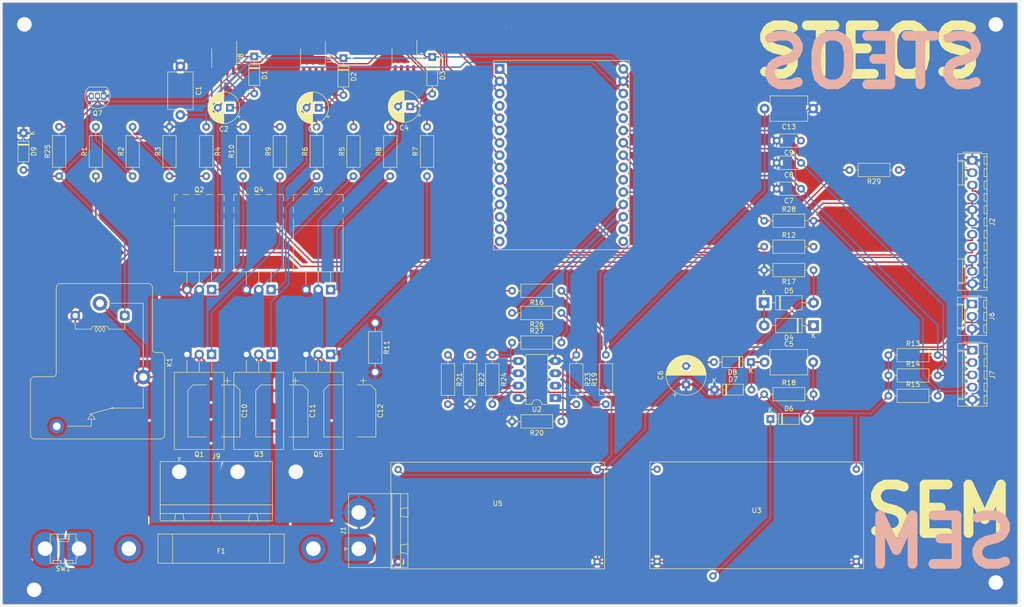
<source format=kicad_pcb>
(kicad_pcb (version 20171130) (host pcbnew "(5.1.9)-1")
  (layers (0 F.Cu signal) (31 B.Cu signal) (34 B.Paste user) (35 F.Paste user) (36 B.SilkS user) (37 F.SilkS user) (38 B.Mask user) (39 F.Mask user) (44 Edge.Cuts user))
  (net 0 "")
  (net 1 Voltage_Sensor)
  (net 2 "Net-(C2-Pad1)")
  (net 3 PH1)
  (net 4 PH2)
  (net 5 "Net-(C3-Pad1)")
  (net 6 "Net-(C4-Pad1)")
  (net 7 PH3)
  (net 8 +12V)
  (net 9 GND)
  (net 10 +5V)
  (net 11 HALL-A)
  (net 12 HALL-B)
  (net 13 HALL-C)
  (net 14 +36V)
  (net 15 "Net-(F1-Pad1)")
  (net 16 "Net-(F1-Pad2)")
  (net 17 Brake)
  (net 18 Throttle)
  (net 19 LM35)
  (net 20 TX-LCD)
  (net 21 RX-LCD)
  (net 22 36V-Power)
  (net 23 "Net-(Q1-Pad1)")
  (net 24 "Net-(Q2-Pad1)")
  (net 25 Current_Sensor)
  (net 26 "Net-(Q3-Pad1)")
  (net 27 "Net-(Q4-Pad1)")
  (net 28 "Net-(Q5-Pad1)")
  (net 29 "Net-(Q6-Pad1)")
  (net 30 "Net-(R1-Pad2)")
  (net 31 "Net-(R2-Pad2)")
  (net 32 HO2)
  (net 33 LO2)
  (net 34 HO3)
  (net 35 LO3)
  (net 36 HO1)
  (net 37 LO1)
  (net 38 +3V3)
  (net 39 LIN3)
  (net 40 HIN3)
  (net 41 LIN2)
  (net 42 HIN2)
  (net 43 LIN1)
  (net 44 HIN1)
  (net 45 Current_Sensor_IN)
  (net 46 "Net-(C5-Pad1)")
  (net 47 "Net-(C5-Pad2)")
  (net 48 "Net-(D4-Pad2)")
  (net 49 LM35-RAW)
  (net 50 "Net-(R19-Pad1)")
  (net 51 1IN-)
  (net 52 "Net-(R21-Pad1)")
  (net 53 2IN-)
  (net 54 "Net-(R23-Pad2)")
  (net 55 "Net-(R24-Pad2)")
  (net 56 "Net-(D5-Pad2)")
  (net 57 "Net-(D6-Pad1)")
  (net 58 Current_Sensor_AO)
  (net 59 OPC_1)
  (net 60 -5V)
  (net 61 Throttle_Raw)
  (module Resistor_THT:R_Axial_DIN0207_L6.3mm_D2.5mm_P10.16mm_Horizontal (layer F.Cu) (at 77.212 66.492 270)
    (fp_text reference R11 (at 5.08 -2.37 270) (layer F.SilkS))
    (fp_text value 0.1)
    (pad 1 thru_hole circle (at 0 0 270) (size 2 2) (drill 1.3) (layers *.Cu *.Mask) (net 25 Current_Sensor))
    (pad 2 thru_hole oval (at 10.16 0 270) (size 2 2) (drill 1.3) (layers *.Cu *.Mask) (net 9 GND))
  )
  (module Connector_Phoenix_GMSTB:PhoenixContact_GMSTBA_2,5_3-G-7,62_1x03_P7.62mm_Horizontal (layer F.Cu) (at 36.8808 97.1804)
    (fp_text reference J9 (at 7.62 -3.2) (layer F.SilkS))
    (fp_text value "BLDC Motor")
    (pad 1 thru_hole roundrect (at 0 0) (size 5 6) (drill 3) (layers *.Cu *.Mask) (roundrect_rratio 0.119) (net 3 PH1))
    (pad 2 thru_hole oval (at 12 0) (size 6 7) (drill 3) (layers *.Cu *.Mask) (net 4 PH2))
    (pad 3 thru_hole oval (at 24 0) (size 6 7) (drill 3) (layers *.Cu *.Mask) (net 7 PH3))
  )
  (module Connector_Molex:Molex_KK-254_AE-6410-02A_1x02_P2.54mm_Vertical (layer F.Cu) (at 14.2454 113.025 180)
    (fp_text reference SW1 (at 1.27 -4.12 180) (layer F.SilkS))
    (fp_text value ON_OFF)
    (pad 2 thru_hole oval (at 5 0 180) (size 5 7) (drill 3) (layers *.Cu *.Mask) (net 14 +36V))
    (pad 1 thru_hole roundrect (at -2 0 180) (size 5 7) (drill 3) (layers *.Cu *.Mask) (roundrect_rratio 0.144) (net 15 "Net-(F1-Pad1)"))
  )
  (module ESP32-DEVKITC-32D_Electeam:MODULE_ESP32-DEVKITC-32D (layer F.Cu) (at 116.836 30.424 180)
    (fp_text reference U1 (at 12.124575 24.940845 180) (layer F.SilkS) (effects (font (size 1.000386 1.000386) (thickness 0.015))))
    (fp_text value ESP32-DEVKITC-32D)
    (pad 30 thru_hole circle (at -11.4554 16.2572 180) (size 2 2) (drill 1.04) (layers *.Cu *.Mask) (net 8 +12V))
    (pad 29 thru_hole circle (at -11.4554 13.7172 180) (size 2 2) (drill 1.04) (layers *.Cu *.Mask) (net 9 GND))
    (pad 28 thru_hole circle (at -11.4554 11.1772 180) (size 2 2) (drill 1.04) (layers *.Cu *.Mask) (net 1 Voltage_Sensor))
    (pad 27 thru_hole circle (at -11.4554 8.6372 180) (size 2 2) (drill 1.04) (layers *.Cu *.Mask))
    (pad 26 thru_hole circle (at -11.4554 6.0972 180) (size 2 2) (drill 1.04) (layers *.Cu *.Mask))
    (pad 25 thru_hole circle (at -11.4554 3.5572 180) (size 2 2) (drill 1.04) (layers *.Cu *.Mask) (net 13 HALL-C))
    (pad 24 thru_hole circle (at -11.4554 1.0172 180) (size 2 2) (drill 1.04) (layers *.Cu *.Mask) (net 12 HALL-B))
    (pad 23 thru_hole circle (at -11.4554 -1.5228 180) (size 2 2) (drill 1.04) (layers *.Cu *.Mask) (net 11 HALL-A))
    (pad 22 thru_hole circle (at -11.4554 -4.0628 180) (size 2 2) (drill 1.04) (layers *.Cu *.Mask))
    (pad 21 thru_hole circle (at -11.4554 -6.6028 180) (size 2 2) (drill 1.04) (layers *.Cu *.Mask))
    (pad 20 thru_hole circle (at -11.4554 -9.1428 180) (size 2 2) (drill 1.04) (layers *.Cu *.Mask) (net 18 Throttle))
    (pad 18 thru_hole circle (at -11.4554 -14.2228 180) (size 2 2) (drill 1.04) (layers *.Cu *.Mask) (net 19 LM35))
    (pad 17 thru_hole circle (at -11.4554 -16.7628 180) (size 2 2) (drill 1.04) (layers *.Cu *.Mask))
    (pad 16 thru_hole circle (at -11.4554 -19.3028 180) (size 2 2) (drill 1.04) (layers *.Cu *.Mask))
    (pad 15 thru_hole circle (at 13.9954 -19.3052) (size 2 2) (drill 1.04) (layers *.Cu *.Mask))
    (pad 14 thru_hole circle (at 13.9954 -16.7652) (size 2 2) (drill 1.04) (layers *.Cu *.Mask))
    (pad 13 thru_hole circle (at 13.9954 -14.2252) (size 2 2) (drill 1.04) (layers *.Cu *.Mask) (net 21 RX-LCD))
    (pad 12 thru_hole circle (at 13.9954 -11.6852) (size 2 2) (drill 1.04) (layers *.Cu *.Mask) (net 20 TX-LCD))
    (pad 11 thru_hole circle (at 13.9954 -9.1452) (size 2 2) (drill 1.04) (layers *.Cu *.Mask))
    (pad 10 thru_hole circle (at 13.9954 -6.6052) (size 2 2) (drill 1.04) (layers *.Cu *.Mask) (net 17 Brake))
    (pad 9 thru_hole circle (at 13.9954 -4.0652) (size 2 2) (drill 1.04) (layers *.Cu *.Mask) (net 39 LIN3))
    (pad 8 thru_hole circle (at 13.9954 -1.5252) (size 2 2) (drill 1.04) (layers *.Cu *.Mask) (net 40 HIN3))
    (pad 7 thru_hole circle (at 13.9954 1.0148) (size 2 2) (drill 1.04) (layers *.Cu *.Mask) (net 41 LIN2))
    (pad 6 thru_hole circle (at 13.9954 3.5548) (size 2 2) (drill 1.04) (layers *.Cu *.Mask) (net 42 HIN2))
    (pad 5 thru_hole circle (at 13.9954 6.0948) (size 2 2) (drill 1.04) (layers *.Cu *.Mask) (net 43 LIN1))
    (pad 4 thru_hole circle (at 13.9954 8.6348) (size 2 2) (drill 1.04) (layers *.Cu *.Mask))
    (pad 3 thru_hole circle (at 13.9954 11.1748) (size 2 2) (drill 1.04) (layers *.Cu *.Mask) (net 44 HIN1))
    (pad 19 thru_hole circle (at -11.4554 -11.6828 180) (size 2 2) (drill 1.04) (layers *.Cu *.Mask) (net 45 Current_Sensor_IN))
    (pad 2 thru_hole circle (at 13.9954 13.7148) (size 2 2) (drill 1.04) (layers *.Cu *.Mask) (net 9 GND))
    (pad 1 thru_hole rect (at 13.9954 16.2548) (size 2 2) (drill 1.04) (layers *.Cu *.Mask) (net 38 +3V3))
  )
  (module Connector_Phoenix_GMSTB:PhoenixContact_GMSTBA_2,5_2-G_1x02_P7.50mm_Horizontal (layer F.Cu) (at 73.8378 113.0554 90)
    (fp_text reference J1 (at 3.75 -3.2 90) (layer F.SilkS))
    (fp_text value "Battery Supply")
    (pad 1 thru_hole roundrect (at 0 0 90) (size 5 6) (drill 3) (layers *.Cu *.Mask) (roundrect_rratio 0.125) (net 16 "Net-(F1-Pad2)"))
    (pad 2 thru_hole oval (at 7.5 0 90) (size 6 6) (drill 3) (layers *.Cu *.Mask) (net 9 GND))
  )
  (module Package_TO_SOT_THT_Electeam:Portafusible (layer F.Cu) (at 45.4874 113.025)
    (fp_text reference F1 (at 0 0.5) (layer F.SilkS))
    (fp_text value Fuse)
    (pad 1 thru_hole circle (at -19 0) (size 5 5) (drill 3) (layers *.Cu *.Mask) (net 15 "Net-(F1-Pad1)"))
    (pad 2 thru_hole circle (at 19 0) (size 5 5) (drill 3) (layers *.Cu *.Mask) (net 16 "Net-(F1-Pad2)"))
  )
  (module Package_TO_SOT_THT_Electeam:LM2596DCSourcePin2_Electeam (layer F.Cu) (at 155.762 106.649)
    (fp_text reference U3 (at 0 -1.5) (layer F.SilkS))
    (fp_text value LM2596SOURCE_Pin2)
    (pad 1 thru_hole circle (at -20.5 -10) (size 1.524 1.524) (drill 0.762) (layers *.Cu *.Mask) (net 8 +12V))
    (pad 2 thru_hole circle (at -20.5 9) (size 1.524 1.524) (drill 0.762) (layers *.Cu *.Mask) (net 9 GND))
    (pad 3 thru_hole circle (at 20.5 -10) (size 1.524 1.524) (drill 0.762) (layers *.Cu *.Mask) (net 10 +5V))
    (pad 4 thru_hole circle (at -9 12) (size 1.524 1.524) (drill 0.762) (layers *.Cu *.Mask) (net 57 "Net-(D6-Pad1)"))
    (pad 5 thru_hole circle (at 20.5 9) (size 1.524 1.524) (drill 0.762) (layers *.Cu *.Mask) (net 9 GND))
  )
  (module Package_TO_SOT_THT_Electeam:LM2596DCSource_Electeam (layer F.Cu) (at 102.434 106.713)
    (fp_text reference U5 (at 0 -3) (layer F.SilkS))
    (fp_text value LM2596SOURCE)
    (pad 1 thru_hole circle (at -20.5 -10) (size 1.524 1.524) (drill 0.762) (layers *.Cu *.Mask) (net 56 "Net-(D5-Pad2)"))
    (pad 2 thru_hole circle (at -20.5 9) (size 1.524 1.524) (drill 0.762) (layers *.Cu *.Mask) (net 9 GND))
    (pad 3 thru_hole circle (at 20.5 -10) (size 1.524 1.524) (drill 0.762) (layers *.Cu *.Mask) (net 8 +12V))
    (pad 4 thru_hole circle (at 20.5 9) (size 1.524 1.524) (drill 0.762) (layers *.Cu *.Mask) (net 9 GND))
  )
  (module Package_TO_SOT_THT_Electeam:TO-220-3_Horizontal_TabUp (layer F.Cu) (at 43.5311 59.6454 180)
    (fp_text reference Q2 (at 2.54 20.58) (layer F.SilkS))
    (fp_text value IRF1010N)
    (pad 1 thru_hole rect (at 0 0 180) (size 1.905 2) (drill 1.1) (layers *.Cu *.Mask) (net 24 "Net-(Q2-Pad1)"))
    (pad 2 thru_hole oval (at 2.54 0 180) (size 1.905 2) (drill 1.1) (layers *.Cu *.Mask) (net 3 PH1))
    (pad 3 thru_hole oval (at 5.08 0 180) (size 1.905 2) (drill 1.1) (layers *.Cu *.Mask) (net 25 Current_Sensor))
  )
  (module Capacitor_THT:CP_Radial_D6.3mm_P2.50mm (layer F.Cu) (at 84.4265 21.9192 180)
    (fp_text reference C4 (at 1.25 -4.4) (layer F.SilkS))
    (fp_text value 2.2uF)
    (pad 2 thru_hole circle (at 2.5 0 180) (size 1.6 1.6) (drill 0.8) (layers *.Cu *.Mask) (net 7 PH3))
    (pad 1 thru_hole rect (at 0 0 180) (size 1.6 1.6) (drill 0.8) (layers *.Cu *.Mask) (net 6 "Net-(C4-Pad1)"))
  )
  (module Capacitor_THT:C_Disc_D7.5mm_W5.0mm_P10.00mm (layer F.Cu) (at 37.1181 13.6596 270)
    (fp_text reference C1 (at 5 -3.75 90) (layer F.SilkS))
    (fp_text value 1uF)
    (pad 2 thru_hole circle (at 10 0 270) (size 2 2) (drill 1) (layers *.Cu *.Mask) (net 1 Voltage_Sensor))
    (pad 1 thru_hole circle (at 0 0 270) (size 2 2) (drill 1) (layers *.Cu *.Mask) (net 9 GND))
  )
  (module Capacitor_THT:CP_Radial_D6.3mm_P2.50mm (layer F.Cu) (at 47.3035 22.1732 180)
    (fp_text reference C2 (at 1.25 -4.4) (layer F.SilkS))
    (fp_text value 2.2uF)
    (pad 2 thru_hole circle (at 2.5 0 180) (size 1.6 1.6) (drill 0.8) (layers *.Cu *.Mask) (net 3 PH1))
    (pad 1 thru_hole rect (at 0 0 180) (size 1.6 1.6) (drill 0.8) (layers *.Cu *.Mask) (net 2 "Net-(C2-Pad1)"))
  )
  (module Capacitor_THT:CP_Radial_D6.3mm_P2.50mm (layer F.Cu) (at 65.5915 22.1732 180)
    (fp_text reference C3 (at 1.25 -4.4) (layer F.SilkS))
    (fp_text value 2.2uF)
    (pad 1 thru_hole rect (at 0 0 180) (size 1.6 1.6) (drill 0.8) (layers *.Cu *.Mask) (net 5 "Net-(C3-Pad1)"))
    (pad 2 thru_hole circle (at 2.5 0 180) (size 1.6 1.6) (drill 0.8) (layers *.Cu *.Mask) (net 4 PH2))
  )
  (module Diode_THT:D_DO-35_SOD27_P7.62mm_Horizontal (layer F.Cu) (at 52.32 11.628 270)
    (fp_text reference D1 (at 3.81 -2.12 90) (layer F.SilkS))
    (fp_text value 1N4004)
    (fp_text user K (at 0 -1.8 90) (layer F.SilkS))
    (pad 1 thru_hole rect (at 0 0 270) (size 1.6 1.6) (drill 0.8) (layers *.Cu *.Mask) (net 8 +12V))
    (pad 2 thru_hole oval (at 7.62 0 270) (size 1.6 1.6) (drill 0.8) (layers *.Cu *.Mask) (net 2 "Net-(C2-Pad1)"))
  )
  (module Diode_THT:D_DO-35_SOD27_P7.62mm_Horizontal (layer F.Cu) (at 70.6715 11.9582 270)
    (fp_text reference D2 (at 3.81 -2.12 90) (layer F.SilkS))
    (fp_text value 1N4004)
    (fp_text user K (at 0 -1.8 90) (layer F.SilkS))
    (pad 2 thru_hole oval (at 7.62 0 270) (size 1.6 1.6) (drill 0.8) (layers *.Cu *.Mask) (net 5 "Net-(C3-Pad1)"))
    (pad 1 thru_hole rect (at 0 0 270) (size 1.6 1.6) (drill 0.8) (layers *.Cu *.Mask) (net 8 +12V))
  )
  (module Diode_THT:D_DO-35_SOD27_P7.62mm_Horizontal (layer F.Cu) (at 88.9595 11.7042 270)
    (fp_text reference D3 (at 3.81 -2.12 90) (layer F.SilkS))
    (fp_text value 1N4004)
    (fp_text user K (at 0 -1.8 90) (layer F.SilkS))
    (pad 1 thru_hole rect (at 0 0 270) (size 1.6 1.6) (drill 0.8) (layers *.Cu *.Mask) (net 8 +12V))
    (pad 2 thru_hole oval (at 7.62 0 270) (size 1.6 1.6) (drill 0.8) (layers *.Cu *.Mask) (net 6 "Net-(C4-Pad1)"))
  )
  (module Connector_Molex:Molex_KK-254_AE-6410-03A_1x03_P2.54mm_Vertical (layer F.Cu) (at 200.082 62.6236 270)
    (fp_text reference J6 (at 2.54 -4.12 90) (layer F.SilkS))
    (fp_text value LM35)
    (pad 3 thru_hole oval (at 5.08 0 270) (size 1.74 2.19) (drill 1.19) (layers *.Cu *.Mask) (net 9 GND))
    (pad 2 thru_hole oval (at 2.54 0 270) (size 1.74 2.19) (drill 1.19) (layers *.Cu *.Mask) (net 49 LM35-RAW))
    (pad 1 thru_hole roundrect (at 0 0 270) (size 1.74 2.19) (drill 1.19) (layers *.Cu *.Mask) (roundrect_rratio 0.1436775862068966) (net 10 +5V))
  )
  (module Connector_Molex:Molex_KK-254_AE-6410-05A_1x05_P2.54mm_Vertical (layer F.Cu) (at 200.152 72.136 270)
    (fp_text reference J7 (at 5.08 -4.12 90) (layer F.SilkS))
    (fp_text value "Hall Sensors")
    (pad 1 thru_hole roundrect (at 0 0 270) (size 1.74 2.19) (drill 1.19) (layers *.Cu *.Mask) (roundrect_rratio 0.1436775862068966) (net 10 +5V))
    (pad 2 thru_hole oval (at 2.54 0 270) (size 1.74 2.19) (drill 1.19) (layers *.Cu *.Mask) (net 11 HALL-A))
    (pad 3 thru_hole oval (at 5.08 0 270) (size 1.74 2.19) (drill 1.19) (layers *.Cu *.Mask) (net 12 HALL-B))
    (pad 4 thru_hole oval (at 7.62 0 270) (size 1.74 2.19) (drill 1.19) (layers *.Cu *.Mask) (net 13 HALL-C))
    (pad 5 thru_hole oval (at 10.16 0 270) (size 1.74 2.19) (drill 1.19) (layers *.Cu *.Mask) (net 9 GND))
  )
  (module Resistor_THT:R_Axial_DIN0207_L6.3mm_D2.5mm_P10.16mm_Horizontal (layer F.Cu) (at 19.7112 36.266 90)
    (fp_text reference R1 (at 5.08 -2.37 90) (layer F.SilkS))
    (fp_text value 12k)
    (pad 2 thru_hole oval (at 10.16 0 90) (size 1.6 1.6) (drill 0.8) (layers *.Cu *.Mask) (net 30 "Net-(R1-Pad2)"))
    (pad 1 thru_hole circle (at 0 0 90) (size 1.6 1.6) (drill 0.8) (layers *.Cu *.Mask) (net 14 +36V))
  )
  (module Resistor_THT:R_Axial_DIN0207_L6.3mm_D2.5mm_P10.16mm_Horizontal (layer F.Cu) (at 27.2869 36.266 90)
    (fp_text reference R2 (at 5.08 -2.37 90) (layer F.SilkS))
    (fp_text value 1k)
    (pad 1 thru_hole circle (at 0 0 90) (size 1.6 1.6) (drill 0.8) (layers *.Cu *.Mask) (net 30 "Net-(R1-Pad2)"))
    (pad 2 thru_hole oval (at 10.16 0 90) (size 1.6 1.6) (drill 0.8) (layers *.Cu *.Mask) (net 31 "Net-(R2-Pad2)"))
  )
  (module Resistor_THT:R_Axial_DIN0207_L6.3mm_D2.5mm_P10.16mm_Horizontal (layer F.Cu) (at 34.8626 36.266 90)
    (fp_text reference R3 (at 5.08 -2.37 90) (layer F.SilkS))
    (fp_text value 1k)
    (pad 1 thru_hole circle (at 0 0 90) (size 1.6 1.6) (drill 0.8) (layers *.Cu *.Mask) (net 31 "Net-(R2-Pad2)"))
    (pad 2 thru_hole oval (at 10.16 0 90) (size 1.6 1.6) (drill 0.8) (layers *.Cu *.Mask) (net 9 GND))
  )
  (module Resistor_THT:R_Axial_DIN0207_L6.3mm_D2.5mm_P10.16mm_Horizontal (layer F.Cu) (at 42.4383 26.106 270)
    (fp_text reference R4 (at 5.08 -2.37 90) (layer F.SilkS))
    (fp_text value 10k)
    (pad 2 thru_hole oval (at 10.16 0 270) (size 1.6 1.6) (drill 0.8) (layers *.Cu *.Mask) (net 31 "Net-(R2-Pad2)"))
    (pad 1 thru_hole circle (at 0 0 270) (size 1.6 1.6) (drill 0.8) (layers *.Cu *.Mask) (net 1 Voltage_Sensor))
  )
  (module Resistor_THT:R_Axial_DIN0207_L6.3mm_D2.5mm_P10.16mm_Horizontal (layer F.Cu) (at 72.7412 36.266 90)
    (fp_text reference R5 (at 5.08 -2.37 90) (layer F.SilkS))
    (fp_text value 100)
    (pad 1 thru_hole circle (at 0 0 90) (size 1.6 1.6) (drill 0.8) (layers *.Cu *.Mask) (net 26 "Net-(Q3-Pad1)"))
    (pad 2 thru_hole oval (at 10.16 0 90) (size 1.6 1.6) (drill 0.8) (layers *.Cu *.Mask) (net 32 HO2))
  )
  (module Resistor_THT:R_Axial_DIN0207_L6.3mm_D2.5mm_P10.16mm_Horizontal (layer F.Cu) (at 65.1655 36.266 90)
    (fp_text reference R6 (at 5.08 -2.37 90) (layer F.SilkS))
    (fp_text value 100)
    (pad 2 thru_hole oval (at 10.16 0 90) (size 1.6 1.6) (drill 0.8) (layers *.Cu *.Mask) (net 33 LO2))
    (pad 1 thru_hole circle (at 0 0 90) (size 1.6 1.6) (drill 0.8) (layers *.Cu *.Mask) (net 27 "Net-(Q4-Pad1)"))
  )
  (module Resistor_THT:R_Axial_DIN0207_L6.3mm_D2.5mm_P10.16mm_Horizontal (layer F.Cu) (at 87.8927 36.266 90)
    (fp_text reference R7 (at 5.08 -2.37 90) (layer F.SilkS))
    (fp_text value 100)
    (pad 1 thru_hole circle (at 0 0 90) (size 1.6 1.6) (drill 0.8) (layers *.Cu *.Mask) (net 28 "Net-(Q5-Pad1)"))
    (pad 2 thru_hole oval (at 10.16 0 90) (size 1.6 1.6) (drill 0.8) (layers *.Cu *.Mask) (net 34 HO3))
  )
  (module Resistor_THT:R_Axial_DIN0207_L6.3mm_D2.5mm_P10.16mm_Horizontal (layer F.Cu) (at 80.317 36.266 90)
    (fp_text reference R8 (at 5.08 -2.37 90) (layer F.SilkS))
    (fp_text value 100)
    (pad 2 thru_hole oval (at 10.16 0 90) (size 1.6 1.6) (drill 0.8) (layers *.Cu *.Mask) (net 35 LO3))
    (pad 1 thru_hole circle (at 0 0 90) (size 1.6 1.6) (drill 0.8) (layers *.Cu *.Mask) (net 29 "Net-(Q6-Pad1)"))
  )
  (module Resistor_THT:R_Axial_DIN0207_L6.3mm_D2.5mm_P10.16mm_Horizontal (layer F.Cu) (at 57.5898 36.266 90)
    (fp_text reference R9 (at 5.08 -2.37 90) (layer F.SilkS))
    (fp_text value 100)
    (pad 1 thru_hole circle (at 0 0 90) (size 1.6 1.6) (drill 0.8) (layers *.Cu *.Mask) (net 23 "Net-(Q1-Pad1)"))
    (pad 2 thru_hole oval (at 10.16 0 90) (size 1.6 1.6) (drill 0.8) (layers *.Cu *.Mask) (net 36 HO1))
  )
  (module Resistor_THT:R_Axial_DIN0207_L6.3mm_D2.5mm_P10.16mm_Horizontal (layer F.Cu) (at 50.0141 36.266 90)
    (fp_text reference R10 (at 5.08 -2.37 90) (layer F.SilkS))
    (fp_text value 100)
    (pad 1 thru_hole circle (at 0 0 90) (size 1.6 1.6) (drill 0.8) (layers *.Cu *.Mask) (net 24 "Net-(Q2-Pad1)"))
    (pad 2 thru_hole oval (at 10.16 0 90) (size 1.6 1.6) (drill 0.8) (layers *.Cu *.Mask) (net 37 LO1))
  )
  (module Resistor_THT:R_Axial_DIN0207_L6.3mm_D2.5mm_P10.16mm_Horizontal (layer F.Cu) (at 157.306 50.8)
    (fp_text reference R12 (at 5.08 -2.37) (layer F.SilkS))
    (fp_text value 1.5k)
    (pad 1 thru_hole circle (at 0 0) (size 1.6 1.6) (drill 0.8) (layers *.Cu *.Mask) (net 38 +3V3))
    (pad 2 thru_hole oval (at 10.16 0) (size 1.6 1.6) (drill 0.8) (layers *.Cu *.Mask) (net 17 Brake))
  )
  (module Resistor_THT:R_Axial_DIN0207_L6.3mm_D2.5mm_P10.16mm_Horizontal (layer F.Cu) (at 182.876 73.152)
    (fp_text reference R13 (at 5.08 -2.37) (layer F.SilkS))
    (fp_text value 1.5k)
    (pad 1 thru_hole circle (at 0 0) (size 1.6 1.6) (drill 0.8) (layers *.Cu *.Mask) (net 10 +5V))
    (pad 2 thru_hole oval (at 10.16 0) (size 1.6 1.6) (drill 0.8) (layers *.Cu *.Mask) (net 11 HALL-A))
  )
  (module Resistor_THT:R_Axial_DIN0207_L6.3mm_D2.5mm_P10.16mm_Horizontal (layer F.Cu) (at 182.876 77.343)
    (fp_text reference R14 (at 5.08 -2.37) (layer F.SilkS))
    (fp_text value 1.5k)
    (pad 2 thru_hole oval (at 10.16 0) (size 1.6 1.6) (drill 0.8) (layers *.Cu *.Mask) (net 12 HALL-B))
    (pad 1 thru_hole circle (at 0 0) (size 1.6 1.6) (drill 0.8) (layers *.Cu *.Mask) (net 10 +5V))
  )
  (module Resistor_THT:R_Axial_DIN0207_L6.3mm_D2.5mm_P10.16mm_Horizontal (layer F.Cu) (at 182.876 81.534)
    (fp_text reference R15 (at 5.08 -2.37) (layer F.SilkS))
    (fp_text value 1.5k)
    (pad 1 thru_hole circle (at 0 0) (size 1.6 1.6) (drill 0.8) (layers *.Cu *.Mask) (net 10 +5V))
    (pad 2 thru_hole oval (at 10.16 0) (size 1.6 1.6) (drill 0.8) (layers *.Cu *.Mask) (net 13 HALL-C))
  )
  (module Package_SO:SO-8_3.9x4.9mm_P1.27mm (layer F.Cu) (at 83.2445 11.7042 270)
    (fp_text reference U4 (at 0 -3.4 90) (layer F.SilkS))
    (fp_text value IR2103)
    (pad 8 smd roundrect (at 2.575 -1.905 270) (size 1.75 0.6) (layers F.Cu F.Paste F.Mask) (net 6 "Net-(C4-Pad1)"))
    (pad 7 smd roundrect (at 2.575 -0.635 270) (size 1.75 0.6) (layers F.Cu F.Paste F.Mask) (net 34 HO3))
    (pad 6 smd roundrect (at 2.575 0.635 270) (size 1.75 0.6) (layers F.Cu F.Paste F.Mask) (net 7 PH3))
    (pad 5 smd roundrect (at 2.575 1.905 270) (size 1.75 0.6) (layers F.Cu F.Paste F.Mask) (net 35 LO3))
    (pad 4 smd roundrect (at -2.575 1.905 270) (size 1.75 0.6) (layers F.Cu F.Paste F.Mask) (net 9 GND))
    (pad 3 smd roundrect (at -2.575 0.635 270) (size 1.75 0.6) (layers F.Cu F.Paste F.Mask) (net 39 LIN3))
    (pad 2 smd roundrect (at -2.575 -0.635 270) (size 1.75 0.6) (layers F.Cu F.Paste F.Mask) (net 40 HIN3))
    (pad 1 smd roundrect (at -2.575 -1.905 270) (size 1.75 0.6) (layers F.Cu F.Paste F.Mask) (net 8 +12V))
  )
  (module Package_SO:SO-8_3.9x4.9mm_P1.27mm (layer F.Cu) (at 46.1215 11.9582 270)
    (fp_text reference U8 (at 0 -3.4 90) (layer F.SilkS))
    (fp_text value IR2103)
    (pad 1 smd roundrect (at -2.575 -1.905 270) (size 1.75 0.6) (layers F.Cu F.Paste F.Mask) (net 8 +12V))
    (pad 2 smd roundrect (at -2.575 -0.635 270) (size 1.75 0.6) (layers F.Cu F.Paste F.Mask) (net 44 HIN1))
    (pad 3 smd roundrect (at -2.575 0.635 270) (size 1.75 0.6) (layers F.Cu F.Paste F.Mask) (net 43 LIN1))
    (pad 4 smd roundrect (at -2.575 1.905 270) (size 1.75 0.6) (layers F.Cu F.Paste F.Mask) (net 9 GND))
    (pad 5 smd roundrect (at 2.575 1.905 270) (size 1.75 0.6) (layers F.Cu F.Paste F.Mask) (net 37 LO1))
    (pad 6 smd roundrect (at 2.575 0.635 270) (size 1.75 0.6) (layers F.Cu F.Paste F.Mask) (net 3 PH1))
    (pad 7 smd roundrect (at 2.575 -0.635 270) (size 1.75 0.6) (layers F.Cu F.Paste F.Mask) (net 36 HO1))
    (pad 8 smd roundrect (at 2.575 -1.905 270) (size 1.75 0.6) (layers F.Cu F.Paste F.Mask) (net 2 "Net-(C2-Pad1)"))
  )
  (module Package_SO:SO-8_3.9x4.9mm_P1.27mm (layer F.Cu) (at 64.4095 11.9582 270)
    (fp_text reference U9 (at 0 -3.4 90) (layer F.SilkS))
    (fp_text value IR2103)
    (pad 1 smd roundrect (at -2.575 -1.905 270) (size 1.75 0.6) (layers F.Cu F.Paste F.Mask) (net 8 +12V))
    (pad 2 smd roundrect (at -2.575 -0.635 270) (size 1.75 0.6) (layers F.Cu F.Paste F.Mask) (net 42 HIN2))
    (pad 3 smd roundrect (at -2.575 0.635 270) (size 1.75 0.6) (layers F.Cu F.Paste F.Mask) (net 41 LIN2))
    (pad 4 smd roundrect (at -2.575 1.905 270) (size 1.75 0.6) (layers F.Cu F.Paste F.Mask) (net 9 GND))
    (pad 5 smd roundrect (at 2.575 1.905 270) (size 1.75 0.6) (layers F.Cu F.Paste F.Mask) (net 33 LO2))
    (pad 6 smd roundrect (at 2.575 0.635 270) (size 1.75 0.6) (layers F.Cu F.Paste F.Mask) (net 4 PH2))
    (pad 7 smd roundrect (at 2.575 -0.635 270) (size 1.75 0.6) (layers F.Cu F.Paste F.Mask) (net 32 HO2))
    (pad 8 smd roundrect (at 2.575 -1.905 270) (size 1.75 0.6) (layers F.Cu F.Paste F.Mask) (net 5 "Net-(C3-Pad1)"))
  )
  (module Package_TO_SOT_THT_Electeam:TO-220-3_Horizontal_TabDown (layer F.Cu) (at 43.5311 73.0058 180)
    (fp_text reference Q1 (at 2.54 -20.58) (layer F.SilkS))
    (fp_text value IRF1010N)
    (pad 1 thru_hole rect (at 0 0 180) (size 1.905 2) (drill 1.1) (layers *.Cu *.Mask) (net 23 "Net-(Q1-Pad1)"))
    (pad 2 thru_hole oval (at 2.54 0 180) (size 1.905 2) (drill 1.1) (layers *.Cu *.Mask) (net 22 36V-Power))
    (pad 3 thru_hole oval (at 5.08 0 180) (size 1.905 2) (drill 1.1) (layers *.Cu *.Mask) (net 3 PH1))
  )
  (module Package_TO_SOT_THT_Electeam:TO-220-3_Horizontal_TabDown (layer F.Cu) (at 55.7818 73.0058 180)
    (fp_text reference Q3 (at 2.54 -20.58) (layer F.SilkS))
    (fp_text value IRF1010N)
    (pad 3 thru_hole oval (at 5.08 0 180) (size 1.905 2) (drill 1.1) (layers *.Cu *.Mask) (net 4 PH2))
    (pad 2 thru_hole oval (at 2.54 0 180) (size 1.905 2) (drill 1.1) (layers *.Cu *.Mask) (net 22 36V-Power))
    (pad 1 thru_hole rect (at 0 0 180) (size 1.905 2) (drill 1.1) (layers *.Cu *.Mask) (net 26 "Net-(Q3-Pad1)"))
  )
  (module Package_TO_SOT_THT_Electeam:TO-220-3_Horizontal_TabUp (layer F.Cu) (at 55.7818 59.6454 180)
    (fp_text reference Q4 (at 2.54 20.58) (layer F.SilkS))
    (fp_text value IRF1010N)
    (pad 1 thru_hole rect (at 0 0 180) (size 1.905 2) (drill 1.1) (layers *.Cu *.Mask) (net 27 "Net-(Q4-Pad1)"))
    (pad 2 thru_hole oval (at 2.54 0 180) (size 1.905 2) (drill 1.1) (layers *.Cu *.Mask) (net 4 PH2))
    (pad 3 thru_hole oval (at 5.08 0 180) (size 1.905 2) (drill 1.1) (layers *.Cu *.Mask) (net 25 Current_Sensor))
  )
  (module Package_TO_SOT_THT_Electeam:TO-220-3_Horizontal_TabDown (layer F.Cu) (at 68.0325 73.0058 180)
    (fp_text reference Q5 (at 2.54 -20.58) (layer F.SilkS))
    (fp_text value IRF1010N)
    (pad 1 thru_hole rect (at 0 0 180) (size 1.905 2) (drill 1.1) (layers *.Cu *.Mask) (net 28 "Net-(Q5-Pad1)"))
    (pad 2 thru_hole oval (at 2.54 0 180) (size 1.905 2) (drill 1.1) (layers *.Cu *.Mask) (net 22 36V-Power))
    (pad 3 thru_hole oval (at 5.08 0 180) (size 1.905 2) (drill 1.1) (layers *.Cu *.Mask) (net 7 PH3))
  )
  (module Package_TO_SOT_THT_Electeam:TO-220-3_Horizontal_TabUp (layer F.Cu) (at 68.0325 59.6454 180)
    (fp_text reference Q6 (at 2.54 20.58) (layer F.SilkS))
    (fp_text value IRF1010N)
    (pad 3 thru_hole oval (at 5.08 0 180) (size 1.905 2) (drill 1.1) (layers *.Cu *.Mask) (net 25 Current_Sensor))
    (pad 2 thru_hole oval (at 2.54 0 180) (size 1.905 2) (drill 1.1) (layers *.Cu *.Mask) (net 7 PH3))
    (pad 1 thru_hole rect (at 0 0 180) (size 1.905 2) (drill 1.1) (layers *.Cu *.Mask) (net 29 "Net-(Q6-Pad1)"))
  )
  (module Capacitor_THT:C_Disc_D4.7mm_W2.5mm_P5.00mm (layer F.Cu) (at 164.886 38.862 180)
    (fp_text reference C7 (at 2.5 -2.5) (layer F.SilkS))
    (fp_text value 0.1uF)
    (pad 2 thru_hole circle (at 5 0 180) (size 1.6 1.6) (drill 0.8) (layers *.Cu *.Mask) (net 9 GND))
    (pad 1 thru_hole circle (at 0 0 180) (size 1.6 1.6) (drill 0.8) (layers *.Cu *.Mask) (net 11 HALL-A))
  )
  (module Capacitor_THT:C_Disc_D4.7mm_W2.5mm_P5.00mm (layer F.Cu) (at 164.886 33.528 180)
    (fp_text reference C8 (at 2.5 -2.5) (layer F.SilkS))
    (fp_text value 0.1uF)
    (pad 1 thru_hole circle (at 0 0 180) (size 1.6 1.6) (drill 0.8) (layers *.Cu *.Mask) (net 12 HALL-B))
    (pad 2 thru_hole circle (at 5 0 180) (size 1.6 1.6) (drill 0.8) (layers *.Cu *.Mask) (net 9 GND))
  )
  (module Capacitor_THT:C_Disc_D4.7mm_W2.5mm_P5.00mm (layer F.Cu) (at 164.886 28.956 180)
    (fp_text reference C9 (at 2.5 -2.5) (layer F.SilkS))
    (fp_text value 0.1uF)
    (pad 1 thru_hole circle (at 0 0 180) (size 1.6 1.6) (drill 0.8) (layers *.Cu *.Mask) (net 13 HALL-C))
    (pad 2 thru_hole circle (at 5 0 180) (size 1.6 1.6) (drill 0.8) (layers *.Cu *.Mask) (net 9 GND))
  )
  (module Capacitor_THT:C_Disc_D7.5mm_W5.0mm_P10.00mm (layer F.Cu) (at 167.386 22.352 180)
    (fp_text reference C13 (at 5 -3.75) (layer F.SilkS))
    (fp_text value 0.1uF)
    (pad 1 thru_hole circle (at 0 0 180) (size 2 2) (drill 1) (layers *.Cu *.Mask) (net 9 GND))
    (pad 2 thru_hole circle (at 10 0 180) (size 2 2) (drill 1) (layers *.Cu *.Mask) (net 58 Current_Sensor_AO))
  )
  (module Resistor_THT:R_Axial_DIN0207_L6.3mm_D2.5mm_P10.16mm_Horizontal (layer F.Cu) (at 115.566 59.888 180)
    (fp_text reference R16 (at 5.08 -2.37) (layer F.SilkS))
    (fp_text value 10k)
    (pad 1 thru_hole circle (at 0 0 180) (size 1.6 1.6) (drill 0.8) (layers *.Cu *.Mask) (net 58 Current_Sensor_AO))
    (pad 2 thru_hole oval (at 10.16 0 180) (size 1.6 1.6) (drill 0.8) (layers *.Cu *.Mask) (net 25 Current_Sensor))
  )
  (module Capacitor_SMD:CP_Elec_10x14.3 (layer F.Cu) (at 44.0117 84.6504 270)
    (fp_text reference C10 (at 0 -6.3 90) (layer F.SilkS))
    (fp_text value 220uF)
    (pad 1 smd roundrect (at -4.2 0 270) (size 4.4 2.5) (layers F.Cu F.Paste F.Mask) (roundrect_rratio 0.1) (net 22 36V-Power))
    (pad 2 smd roundrect (at 4.2 0 270) (size 4.4 2.5) (layers F.Cu F.Paste F.Mask) (roundrect_rratio 0.1) (net 9 GND))
  )
  (module Capacitor_SMD:CP_Elec_10x14.3 (layer F.Cu) (at 58.0017 84.6504 270)
    (fp_text reference C11 (at 0 -6.3 90) (layer F.SilkS))
    (fp_text value 220uF)
    (pad 2 smd roundrect (at 4.2 0 270) (size 4.4 2.5) (layers F.Cu F.Paste F.Mask) (roundrect_rratio 0.1) (net 9 GND))
    (pad 1 smd roundrect (at -4.2 0 270) (size 4.4 2.5) (layers F.Cu F.Paste F.Mask) (roundrect_rratio 0.1) (net 22 36V-Power))
  )
  (module Capacitor_SMD:CP_Elec_10x14.3 (layer F.Cu) (at 71.9917 84.6504 270)
    (fp_text reference C12 (at 0 -6.3 90) (layer F.SilkS))
    (fp_text value 220uF)
    (pad 1 smd roundrect (at -4.2 0 270) (size 4.4 2.5) (layers F.Cu F.Paste F.Mask) (roundrect_rratio 0.1) (net 22 36V-Power))
    (pad 2 smd roundrect (at 4.2 0 270) (size 4.4 2.5) (layers F.Cu F.Paste F.Mask) (roundrect_rratio 0.1) (net 9 GND))
  )
  (module Capacitor_THT:C_Disc_D7.5mm_W5.0mm_P10.00mm (layer F.Cu) (at 157.386 74.6032)
    (fp_text reference C5 (at 5 -3.75) (layer F.SilkS))
    (fp_text value 0.47uF)
    (pad 1 thru_hole circle (at 0 0) (size 2 2) (drill 1) (layers *.Cu *.Mask) (net 46 "Net-(C5-Pad1)"))
    (pad 2 thru_hole circle (at 10 0) (size 2 2) (drill 1) (layers *.Cu *.Mask) (net 47 "Net-(C5-Pad2)"))
  )
  (module Diode_THT:D_DO-41_SOD81_P10.16mm_Horizontal (layer F.Cu) (at 167.466 67.056 180)
    (fp_text reference D4 (at 5.08 -2.47) (layer F.SilkS))
    (fp_text value 1N4728A)
    (fp_text user K (at 0 -2.1) (layer F.SilkS))
    (pad 1 thru_hole rect (at 0 0 180) (size 2.2 2.2) (drill 1.1) (layers *.Cu *.Mask) (net 14 +36V))
    (pad 2 thru_hole oval (at 10.16 0 180) (size 2.2 2.2) (drill 1.1) (layers *.Cu *.Mask) (net 48 "Net-(D4-Pad2)"))
  )
  (module Diode_THT:D_DO-41_SOD81_P10.16mm_Horizontal (layer F.Cu) (at 157.306 62.3524)
    (fp_text reference D5 (at 5.08 -2.47) (layer F.SilkS))
    (fp_text value 1N4728A)
    (fp_text user K (at 0 -2.1) (layer F.SilkS))
    (pad 2 thru_hole oval (at 10.16 0) (size 2.2 2.2) (drill 1.1) (layers *.Cu *.Mask) (net 56 "Net-(D5-Pad2)"))
    (pad 1 thru_hole rect (at 0 0) (size 2.2 2.2) (drill 1.1) (layers *.Cu *.Mask) (net 48 "Net-(D4-Pad2)"))
  )
  (module Diode_THT:D_DO-35_SOD27_P7.62mm_Horizontal (layer F.Cu) (at 158.576 86.304)
    (fp_text reference D6 (at 3.81 -2.12) (layer F.SilkS))
    (fp_text value 1N4148)
    (fp_text user K (at 0 -1.8) (layer F.SilkS))
    (pad 1 thru_hole rect (at 0 0) (size 1.6 1.6) (drill 0.8) (layers *.Cu *.Mask) (net 57 "Net-(D6-Pad1)"))
    (pad 2 thru_hole oval (at 7.62 0) (size 1.6 1.6) (drill 0.8) (layers *.Cu *.Mask) (net 47 "Net-(C5-Pad2)"))
  )
  (module Diode_THT:D_DO-35_SOD27_P7.62mm_Horizontal (layer F.Cu) (at 147.066 80.264)
    (fp_text reference D7 (at 3.81 -2.12) (layer F.SilkS))
    (fp_text value 1N4148)
    (fp_text user K (at 0 -1.8) (layer F.SilkS))
    (pad 2 thru_hole oval (at 7.62 0) (size 1.6 1.6) (drill 0.8) (layers *.Cu *.Mask) (net 46 "Net-(C5-Pad1)"))
    (pad 1 thru_hole rect (at 0 0) (size 1.6 1.6) (drill 0.8) (layers *.Cu *.Mask) (net 9 GND))
  )
  (module Diode_THT:D_DO-35_SOD27_P7.62mm_Horizontal (layer F.Cu) (at 154.574 74.5786 180)
    (fp_text reference D8 (at 3.81 -2.12) (layer F.SilkS))
    (fp_text value 1N4148)
    (fp_text user K (at 0 -1.8) (layer F.SilkS))
    (pad 1 thru_hole rect (at 0 0 180) (size 1.6 1.6) (drill 0.8) (layers *.Cu *.Mask) (net 46 "Net-(C5-Pad1)"))
    (pad 2 thru_hole oval (at 7.62 0 180) (size 1.6 1.6) (drill 0.8) (layers *.Cu *.Mask) (net 60 -5V))
  )
  (module Capacitor_THT:CP_Radial_D8.0mm_P3.80mm (layer F.Cu) (at 141.22 79.192 90)
    (fp_text reference C6 (at 1.9 -5.25 90) (layer F.SilkS))
    (fp_text value 47uF)
    (pad 1 thru_hole rect (at 0 0 90) (size 1.6 1.6) (drill 0.8) (layers *.Cu *.Mask) (net 9 GND))
    (pad 2 thru_hole circle (at 3.8 0 90) (size 1.6 1.6) (drill 0.8) (layers *.Cu *.Mask) (net 60 -5V))
  )
  (module Resistor_THT:R_Axial_DIN0207_L6.3mm_D2.5mm_P10.16mm_Horizontal (layer F.Cu) (at 157.306 81.2036)
    (fp_text reference R18 (at 5.08 -2.37) (layer F.SilkS))
    (fp_text value 220)
    (pad 1 thru_hole circle (at 0 0) (size 1.6 1.6) (drill 0.8) (layers *.Cu *.Mask) (net 10 +5V))
    (pad 2 thru_hole oval (at 10.16 0) (size 1.6 1.6) (drill 0.8) (layers *.Cu *.Mask) (net 47 "Net-(C5-Pad2)"))
  )
  (module Resistor_THT:R_Axial_DIN0207_L6.3mm_D2.5mm_P10.16mm_Horizontal (layer F.Cu) (at 124.71 83.256 90)
    (fp_text reference R19 (at 5.08 -2.37 90) (layer F.SilkS))
    (fp_text value 4.7k)
    (pad 2 thru_hole oval (at 10.16 0 90) (size 1.6 1.6) (drill 0.8) (layers *.Cu *.Mask) (net 58 Current_Sensor_AO))
    (pad 1 thru_hole circle (at 0 0 90) (size 1.6 1.6) (drill 0.8) (layers *.Cu *.Mask) (net 50 "Net-(R19-Pad1)"))
  )
  (module Resistor_THT:R_Axial_DIN0207_L6.3mm_D2.5mm_P10.16mm_Horizontal (layer F.Cu) (at 115.566 86.812 180)
    (fp_text reference R20 (at 5.08 -2.37) (layer F.SilkS))
    (fp_text value 15k)
    (pad 1 thru_hole circle (at 0 0 180) (size 1.6 1.6) (drill 0.8) (layers *.Cu *.Mask) (net 51 1IN-))
    (pad 2 thru_hole oval (at 10.16 0 180) (size 1.6 1.6) (drill 0.8) (layers *.Cu *.Mask) (net 9 GND))
  )
  (module Resistor_THT:R_Axial_DIN0207_L6.3mm_D2.5mm_P10.16mm_Horizontal (layer F.Cu) (at 92.198 73.096 270)
    (fp_text reference R21 (at 5.08 -2.37 90) (layer F.SilkS))
    (fp_text value 15k)
    (pad 1 thru_hole circle (at 0 0 270) (size 1.6 1.6) (drill 0.8) (layers *.Cu *.Mask) (net 52 "Net-(R21-Pad1)"))
    (pad 2 thru_hole oval (at 10.16 0 270) (size 1.6 1.6) (drill 0.8) (layers *.Cu *.Mask) (net 49 LM35-RAW))
  )
  (module Resistor_THT:R_Axial_DIN0207_L6.3mm_D2.5mm_P10.16mm_Horizontal (layer F.Cu) (at 96.77 73.096 270)
    (fp_text reference R22 (at 5.08 -2.37 90) (layer F.SilkS))
    (fp_text value 15k)
    (pad 2 thru_hole oval (at 10.16 0 270) (size 1.6 1.6) (drill 0.8) (layers *.Cu *.Mask) (net 9 GND))
    (pad 1 thru_hole circle (at 0 0 270) (size 1.6 1.6) (drill 0.8) (layers *.Cu *.Mask) (net 53 2IN-))
  )
  (module Resistor_THT:R_Axial_DIN0207_L6.3mm_D2.5mm_P10.16mm_Horizontal (layer F.Cu) (at 118.614 73.096 270)
    (fp_text reference R23 (at 5.08 -2.37 90) (layer F.SilkS))
    (fp_text value 150k)
    (pad 2 thru_hole oval (at 10.16 0 270) (size 1.6 1.6) (drill 0.8) (layers *.Cu *.Mask) (net 54 "Net-(R23-Pad2)"))
    (pad 1 thru_hole circle (at 0 0 270) (size 1.6 1.6) (drill 0.8) (layers *.Cu *.Mask) (net 51 1IN-))
  )
  (module Resistor_THT:R_Axial_DIN0207_L6.3mm_D2.5mm_P10.16mm_Horizontal (layer F.Cu) (at 101.342 73.096 270)
    (fp_text reference R24 (at 5.08 -2.37 90) (layer F.SilkS))
    (fp_text value 75k)
    (pad 1 thru_hole circle (at 0 0 270) (size 1.6 1.6) (drill 0.8) (layers *.Cu *.Mask) (net 53 2IN-))
    (pad 2 thru_hole oval (at 10.16 0 270) (size 1.6 1.6) (drill 0.8) (layers *.Cu *.Mask) (net 55 "Net-(R24-Pad2)"))
  )
  (module Package_DIP:DIP-8_W7.62mm_LongPads (layer F.Cu) (at 114.311 81.976 180)
    (fp_text reference U2 (at 3.81 -2.33) (layer F.SilkS))
    (fp_text value MC1458P)
    (pad 1 thru_hole rect (at 0 0 180) (size 2.4 1.6) (drill 0.8) (layers *.Cu *.Mask) (net 54 "Net-(R23-Pad2)"))
    (pad 5 thru_hole oval (at 7.62 7.62 180) (size 2.4 1.6) (drill 0.8) (layers *.Cu *.Mask) (net 52 "Net-(R21-Pad1)"))
    (pad 2 thru_hole oval (at 0 2.54 180) (size 2.4 1.6) (drill 0.8) (layers *.Cu *.Mask) (net 51 1IN-))
    (pad 6 thru_hole oval (at 7.62 5.08 180) (size 2.4 1.6) (drill 0.8) (layers *.Cu *.Mask) (net 53 2IN-))
    (pad 3 thru_hole oval (at 0 5.08 180) (size 2.4 1.6) (drill 0.8) (layers *.Cu *.Mask) (net 50 "Net-(R19-Pad1)"))
    (pad 7 thru_hole oval (at 7.62 2.54 180) (size 2.4 1.6) (drill 0.8) (layers *.Cu *.Mask) (net 55 "Net-(R24-Pad2)"))
    (pad 4 thru_hole oval (at 0 7.62 180) (size 2.4 1.6) (drill 0.8) (layers *.Cu *.Mask) (net 9 GND))
    (pad 8 thru_hole oval (at 7.62 0 180) (size 2.4 1.6) (drill 0.8) (layers *.Cu *.Mask) (net 10 +5V))
  )
  (module Resistor_THT:R_Axial_DIN0207_L6.3mm_D2.5mm_P10.16mm_Horizontal (layer F.Cu) (at 167.466 55.626 180)
    (fp_text reference R17 (at 5.08 -2.37) (layer F.SilkS))
    (fp_text value 5.2k)
    (pad 1 thru_hole circle (at 0 0 180) (size 1.6 1.6) (drill 0.8) (layers *.Cu *.Mask) (net 56 "Net-(D5-Pad2)"))
    (pad 2 thru_hole oval (at 10.16 0 180) (size 1.6 1.6) (drill 0.8) (layers *.Cu *.Mask) (net 9 GND))
  )
  (module Diode_THT:D_DO-35_SOD27_P7.62mm_Horizontal (layer F.Cu) (at 4.8097 27.376 270)
    (fp_text reference D9 (at 3.81 -2.12 90) (layer F.SilkS))
    (fp_text value 1N4004)
    (fp_text user K (at 0 -1.8 90) (layer F.SilkS))
    (pad 1 thru_hole rect (at 0 0 270) (size 1.6 1.6) (drill 0.8) (layers *.Cu *.Mask) (net 9 GND))
    (pad 2 thru_hole oval (at 7.62 0 270) (size 1.6 1.6) (drill 0.8) (layers *.Cu *.Mask) (net 8 +12V))
  )
  (module Relay_THT:Relay_SPST_RAYEX-L90B (layer F.Cu) (at 20.56 62.468 270)
    (fp_text reference K1 (at 12.1666 -14.3 90) (layer F.SilkS))
    (fp_text value RAYEX-L90B)
    (pad 11A thru_hole circle (at 0 0 90) (size 3 3) (drill 1.6) (layers *.Cu *.Mask) (net 22 36V-Power))
    (pad A2 thru_hole circle (at 2.54 5.1 90) (size 2 2) (drill 1.1) (layers *.Cu *.Mask) (net 9 GND))
    (pad 12 thru_hole circle (at 25.34 8.9 90) (size 3 3) (drill 1.6) (layers *.Cu *.Mask) (net 14 +36V))
    (pad 11B thru_hole circle (at 15.2 -8.9 90) (size 3 3) (drill 1.6) (layers *.Cu *.Mask) (net 22 36V-Power))
    (pad A1 thru_hole roundrect (at 2.54 -5.1 90) (size 2 2) (drill 1.1) (layers *.Cu *.Mask) (net 8 +12V))
  )
  (module Package_TO_SOT_THT:TO-92_Inline (layer F.Cu) (at 21.332 19.756 180)
    (fp_text reference Q7 (at 1.27 -3.56) (layer F.SilkS))
    (fp_text value PN2222A)
    (pad 2 thru_hole oval (at 1.27 0 180) (size 1.05 1.5) (drill 0.75) (layers *.Cu *.Mask) (net 59 OPC_1))
    (pad 3 thru_hole oval (at 2.54 0 180) (size 1.05 1.5) (drill 0.75) (layers *.Cu *.Mask) (net 8 +12V))
    (pad 1 thru_hole rect (at 0 0 180) (size 1.05 1.5) (drill 0.75) (layers *.Cu *.Mask) (net 9 GND))
  )
  (module Resistor_THT:R_Axial_DIN0207_L6.3mm_D2.5mm_P10.16mm_Horizontal (layer F.Cu) (at 12.1355 36.266 90)
    (fp_text reference R25 (at 5.08 -2.37 90) (layer F.SilkS))
    (fp_text value 2k)
    (pad 1 thru_hole circle (at 0 0 90) (size 1.6 1.6) (drill 0.8) (layers *.Cu *.Mask) (net 8 +12V))
    (pad 2 thru_hole oval (at 10.16 0 90) (size 1.6 1.6) (drill 0.8) (layers *.Cu *.Mask) (net 59 OPC_1))
  )
  (module Resistor_THT:R_Axial_DIN0207_L6.3mm_D2.5mm_P10.16mm_Horizontal (layer F.Cu) (at 115.566 64.46 180)
    (fp_text reference R26 (at 5.08 -2.37) (layer F.SilkS))
    (fp_text value 2.5k)
    (pad 1 thru_hole circle (at 0 0 180) (size 1.6 1.6) (drill 0.8) (layers *.Cu *.Mask) (net 51 1IN-))
    (pad 2 thru_hole oval (at 10.16 0 180) (size 1.6 1.6) (drill 0.8) (layers *.Cu *.Mask) (net 45 Current_Sensor_IN))
  )
  (module Resistor_THT:R_Axial_DIN0207_L6.3mm_D2.5mm_P10.16mm_Horizontal (layer F.Cu) (at 105.406 70.556)
    (fp_text reference R27 (at 5.08 -2.37) (layer F.SilkS))
    (fp_text value 2.5k)
    (pad 2 thru_hole oval (at 10.16 0) (size 1.6 1.6) (drill 0.8) (layers *.Cu *.Mask) (net 19 LM35))
    (pad 1 thru_hole circle (at 0 0) (size 1.6 1.6) (drill 0.8) (layers *.Cu *.Mask) (net 53 2IN-))
  )
  (module Resistor_THT:R_Axial_DIN0207_L6.3mm_D2.5mm_P10.16mm_Horizontal (layer F.Cu) (at 157.306 45.466)
    (fp_text reference R28 (at 5.08 -2.37) (layer F.SilkS))
    (fp_text value 1.2k)
    (pad 1 thru_hole circle (at 0 0) (size 1.6 1.6) (drill 0.8) (layers *.Cu *.Mask) (net 18 Throttle))
    (pad 2 thru_hole oval (at 10.16 0) (size 1.6 1.6) (drill 0.8) (layers *.Cu *.Mask) (net 9 GND))
  )
  (module Connector_Molex:Molex_KK-254_AE-6410-11A_1x11_P2.54mm_Vertical (layer F.Cu) (at 200.152 33.02 270)
    (fp_text reference J2 (at 12.7 -4.12 90) (layer F.SilkS))
    (fp_text value Conn_01x11_Male)
    (pad 1 thru_hole roundrect (at 0 0 270) (size 1.74 2.19) (drill 1.19) (layers *.Cu *.Mask) (roundrect_rratio 0.1436775862068966) (net 9 GND))
    (pad 2 thru_hole oval (at 2.54 0 270) (size 1.74 2.19) (drill 1.19) (layers *.Cu *.Mask) (net 61 Throttle_Raw))
    (pad 3 thru_hole oval (at 5.08 0 270) (size 1.74 2.19) (drill 1.19) (layers *.Cu *.Mask) (net 10 +5V))
    (pad 4 thru_hole oval (at 7.62 0 270) (size 1.74 2.19) (drill 1.19) (layers *.Cu *.Mask) (net 17 Brake))
    (pad 5 thru_hole oval (at 10.16 0 270) (size 1.74 2.19) (drill 1.19) (layers *.Cu *.Mask) (net 9 GND))
    (pad 6 thru_hole oval (at 12.7 0 270) (size 1.74 2.19) (drill 1.19) (layers *.Cu *.Mask) (net 9 GND))
    (pad 7 thru_hole oval (at 15.24 0 270) (size 1.74 2.19) (drill 1.19) (layers *.Cu *.Mask) (net 21 RX-LCD))
    (pad 8 thru_hole oval (at 17.78 0 270) (size 1.74 2.19) (drill 1.19) (layers *.Cu *.Mask) (net 20 TX-LCD))
    (pad 9 thru_hole oval (at 20.32 0 270) (size 1.74 2.19) (drill 1.19) (layers *.Cu *.Mask) (net 10 +5V))
    (pad 10 thru_hole oval (at 22.86 0 270) (size 1.74 2.19) (drill 1.19) (layers *.Cu *.Mask) (net 59 OPC_1))
    (pad 11 thru_hole oval (at 25.4 0 270) (size 1.74 2.19) (drill 1.19) (layers *.Cu *.Mask) (net 9 GND))
  )
  (module Resistor_THT:R_Axial_DIN0207_L6.3mm_D2.5mm_P10.16mm_Horizontal (layer F.Cu) (at 185 35 180)
    (fp_text reference R29 (at 5.08 -2.37) (layer F.SilkS))
    (fp_text value 2.5k)
    (pad 1 thru_hole circle (at 0 0 180) (size 1.6 1.6) (drill 0.8) (layers *.Cu *.Mask) (net 61 Throttle_Raw))
    (pad 2 thru_hole oval (at 10.16 0 180) (size 1.6 1.6) (drill 0.8) (layers *.Cu *.Mask) (net 18 Throttle))
  )
  (gr_text SEM (at 193.802 111.633) (layer B.SilkS) (effects (font (size 10 10) (thickness 2)) (justify mirror)))
  (gr_text STEOS (at 179.705 12.827) (layer B.SilkS) (effects (font (size 10 10) (thickness 2)) (justify mirror)))
  (gr_text SEM (at 193.421 105.283) (layer F.SilkS) (effects (font (size 10 10) (thickness 2))))
  (gr_text STEOS (at 178.689 10.668) (layer F.SilkS) (effects (font (size 10 10) (thickness 2))))
  (gr_line (start 0 125) (end 210 125) (layer Edge.Cuts) (width 0.05))
  (gr_line (start 0 0) (end 0 125) (layer Edge.Cuts) (width 0.05))
  (gr_line (start 210 0) (end 0 0) (layer Edge.Cuts) (width 0.05))
  (gr_line (start 210 125) (end 210 0) (layer Edge.Cuts) (width 0.05))
  (via (at 205 120) (size 4.2) (drill 3) (layers F.Cu B.Cu) (net 9))
  (via (at 7 121.5) (size 4.2) (drill 3) (layers F.Cu B.Cu) (net 9))
  (via (at 5 5) (size 4.2) (drill 3) (layers F.Cu B.Cu) (net 9))
  (segment (start 42.4383 23.6596) (end 42.4383 22.9077) (width 0.3) (layer B.Cu) (net 1))
  (segment (start 42.4383 22.9077) (end 51.5316 13.8144) (width 0.3) (layer B.Cu) (net 1))
  (segment (start 51.5316 13.8144) (end 94.7463 13.8144) (width 0.3) (layer B.Cu) (net 1))
  (segment (start 94.7463 13.8144) (end 95.7419 12.8188) (width 0.3) (layer B.Cu) (net 1))
  (segment (start 95.7419 12.8188) (end 121.8634 12.8188) (width 0.3) (layer B.Cu) (net 1))
  (segment (start 121.8634 12.8188) (end 128.2914 19.2468) (width 0.3) (layer B.Cu) (net 1))
  (segment (start 42.4383 26.106) (end 42.4383 23.6596) (width 0.3) (layer B.Cu) (net 1))
  (segment (start 42.4383 23.6596) (end 37.1181 23.6596) (width 0.3) (layer B.Cu) (net 1))
  (segment (start 52.32 19.248) (end 51.1697 19.248) (width 0.3) (layer B.Cu) (net 2))
  (segment (start 47.3035 22.1732) (end 48.4538 22.1732) (width 0.3) (layer B.Cu) (net 2))
  (segment (start 51.1697 19.248) (end 51.1697 19.4573) (width 0.3) (layer B.Cu) (net 2))
  (segment (start 51.1697 19.4573) (end 48.4538 22.1732) (width 0.3) (layer B.Cu) (net 2))
  (segment (start 52.32 19.248) (end 52.32 18.0977) (width 0.3) (layer F.Cu) (net 2))
  (segment (start 48.0265 14.5332) (end 51.591 18.0977) (width 0.3) (layer F.Cu) (net 2))
  (segment (start 51.591 18.0977) (end 52.32 18.0977) (width 0.3) (layer F.Cu) (net 2))
  (segment (start 38.4511 73.0058) (end 38.4511 95.638) (width 0.3) (layer B.Cu) (net 3))
  (segment (start 38.4511 95.638) (end 39.9248 97.1117) (width 0.3) (layer B.Cu) (net 3))
  (segment (start 40.9911 59.6454) (end 38.4511 62.1854) (width 0.3) (layer B.Cu) (net 3))
  (segment (start 44.8035 22.1732) (end 44.8035 55.833) (width 0.3) (layer B.Cu) (net 3))
  (segment (start 44.8035 55.833) (end 40.9911 59.6454) (width 0.3) (layer B.Cu) (net 3))
  (segment (start 45.4865 14.5332) (end 45.4865 21.4902) (width 0.3) (layer F.Cu) (net 3))
  (segment (start 45.4865 21.4902) (end 44.8035 22.1732) (width 0.3) (layer F.Cu) (net 3))
  (segment (start 40.9911 60.197008) (end 40.9194 60.268708) (width 2) (layer B.Cu) (net 3))
  (segment (start 40.9911 59.6454) (end 40.9911 60.197008) (width 2) (layer B.Cu) (net 3))
  (segment (start 40.9194 60.268708) (end 40.9194 60.8838) (width 2) (layer B.Cu) (net 3))
  (segment (start 40.9194 60.8838) (end 39.116 62.6872) (width 2) (layer B.Cu) (net 3))
  (segment (start 38.4511 69.9815) (end 38.4511 73.0058) (width 2) (layer B.Cu) (net 3))
  (segment (start 38.4511 62.1854) (end 38.4511 69.9815) (width 0.3) (layer B.Cu) (net 3))
  (segment (start 38.4511 73.0058) (end 37.395 73.0058) (width 2) (layer B.Cu) (net 3))
  (segment (start 37.395 73.0058) (end 38.1 73.7108) (width 2) (layer B.Cu) (net 3))
  (segment (start 38.1 73.7108) (end 38.2778 73.7108) (width 2) (layer B.Cu) (net 3))
  (segment (start 38.2778 73.7108) (end 41.148 76.581) (width 2) (layer B.Cu) (net 3))
  (segment (start 36.8808 97.1804) (end 36.8808 102.1334) (width 7) (layer B.Cu) (net 3))
  (segment (start 36.8808 102.1334) (end 36.8808 90.17) (width 7) (layer B.Cu) (net 3))
  (segment (start 53.2418 59.6454) (end 58.0902 54.797) (width 0.3) (layer B.Cu) (net 4))
  (segment (start 58.0902 54.797) (end 58.0902 38.4031) (width 0.3) (layer B.Cu) (net 4))
  (segment (start 58.0902 38.4031) (end 63.0915 33.4018) (width 0.3) (layer B.Cu) (net 4))
  (segment (start 63.0915 33.4018) (end 63.0915 22.1732) (width 0.3) (layer B.Cu) (net 4))
  (segment (start 50.7018 73.0058) (end 50.7018 62.1854) (width 0.3) (layer B.Cu) (net 4))
  (segment (start 50.7018 62.1854) (end 53.2418 59.6454) (width 0.3) (layer B.Cu) (net 4))
  (segment (start 50.7018 73.0058) (end 50.7018 74.3561) (width 0.3) (layer B.Cu) (net 4))
  (segment (start 47.5448 97.1117) (end 50.8951 97.1117) (width 0.3) (layer B.Cu) (net 4))
  (segment (start 50.7018 74.3561) (end 50.8951 74.5494) (width 0.3) (layer B.Cu) (net 4))
  (segment (start 50.8951 74.5494) (end 50.8951 97.1117) (width 0.3) (layer B.Cu) (net 4))
  (segment (start 63.7745 14.5332) (end 63.7745 21.4902) (width 0.3) (layer F.Cu) (net 4))
  (segment (start 63.7745 21.4902) (end 63.0915 22.1732) (width 0.3) (layer F.Cu) (net 4))
  (segment (start 48.8808 97.1804) (end 48.8808 102.1446) (width 7) (layer B.Cu) (net 4))
  (segment (start 48.8808 102.1446) (end 49.3522 101.6732) (width 7) (layer B.Cu) (net 4))
  (segment (start 49.3522 101.6732) (end 49.3522 91.8718) (width 7) (layer B.Cu) (net 4))
  (segment (start 50.7018 73.557408) (end 51.7144 74.570008) (width 2) (layer B.Cu) (net 4))
  (segment (start 50.7018 73.0058) (end 50.7018 73.557408) (width 2) (layer B.Cu) (net 4))
  (segment (start 51.08929 73.944898) (end 50.170498 73.944898) (width 2) (layer B.Cu) (net 4))
  (segment (start 51.7144 74.570008) (end 51.08929 73.944898) (width 2) (layer B.Cu) (net 4))
  (segment (start 50.170498 73.944898) (end 49.8856 73.66) (width 2) (layer B.Cu) (net 4))
  (segment (start 49.8856 73.66) (end 49.8856 72.4916) (width 2) (layer B.Cu) (net 4))
  (segment (start 49.8856 72.4916) (end 52.1462 70.231) (width 2) (layer B.Cu) (net 4))
  (segment (start 53.2418 59.6454) (end 53.2418 60.4232) (width 2) (layer B.Cu) (net 4))
  (segment (start 65.5915 22.1732) (end 66.7418 22.1732) (width 0.3) (layer B.Cu) (net 5))
  (segment (start 70.6715 19.5782) (end 69.3368 19.5782) (width 0.3) (layer B.Cu) (net 5))
  (segment (start 69.3368 19.5782) (end 66.7418 22.1732) (width 0.3) (layer B.Cu) (net 5))
  (segment (start 70.6715 19.5782) (end 70.6715 18.4279) (width 0.3) (layer F.Cu) (net 5))
  (segment (start 66.3145 14.5332) (end 70.2092 18.4279) (width 0.3) (layer F.Cu) (net 5))
  (segment (start 70.2092 18.4279) (end 70.6715 18.4279) (width 0.3) (layer F.Cu) (net 5))
  (segment (start 88.9595 19.3242) (end 87.8092 19.3242) (width 0.3) (layer B.Cu) (net 6))
  (segment (start 84.4265 21.9192) (end 85.5768 21.9192) (width 0.3) (layer B.Cu) (net 6))
  (segment (start 87.8092 19.3242) (end 87.8092 19.6868) (width 0.3) (layer B.Cu) (net 6))
  (segment (start 87.8092 19.6868) (end 85.5768 21.9192) (width 0.3) (layer B.Cu) (net 6))
  (segment (start 85.1495 14.2792) (end 88.9595 18.0892) (width 0.3) (layer F.Cu) (net 6))
  (segment (start 88.9595 18.0892) (end 88.9595 19.3242) (width 0.3) (layer F.Cu) (net 6))
  (segment (start 65.4925 59.6454) (end 65.4925 45.223) (width 0.3) (layer B.Cu) (net 7))
  (segment (start 65.4925 45.223) (end 81.9265 28.789) (width 0.3) (layer B.Cu) (net 7))
  (segment (start 81.9265 28.789) (end 81.9265 21.9192) (width 0.3) (layer B.Cu) (net 7))
  (segment (start 62.9525 73.0058) (end 62.9525 62.1854) (width 0.3) (layer B.Cu) (net 7))
  (segment (start 62.9525 62.1854) (end 65.4925 59.6454) (width 0.3) (layer B.Cu) (net 7))
  (segment (start 62.9525 73.0058) (end 62.9525 92.6743) (width 0.3) (layer B.Cu) (net 7))
  (segment (start 62.9525 92.6743) (end 58.5151 97.1117) (width 0.3) (layer B.Cu) (net 7))
  (segment (start 82.6095 14.2792) (end 82.6095 21.2362) (width 0.3) (layer F.Cu) (net 7))
  (segment (start 82.6095 21.2362) (end 81.9265 21.9192) (width 0.3) (layer F.Cu) (net 7))
  (segment (start 60.8808 97.1804) (end 60.8808 101.724) (width 7) (layer B.Cu) (net 7))
  (segment (start 60.8808 101.724) (end 60.9092 101.6956) (width 7) (layer B.Cu) (net 7))
  (segment (start 60.9092 101.6956) (end 60.9092 90.7034) (width 7) (layer B.Cu) (net 7))
  (segment (start 62.9525 73.0058) (end 62.9525 73.5697) (width 2) (layer B.Cu) (net 7))
  (segment (start 62.9525 73.5697) (end 65.9638 76.581) (width 2) (layer B.Cu) (net 7))
  (segment (start 65.9638 76.581) (end 65.3796 76.581) (width 2) (layer B.Cu) (net 7))
  (segment (start 65.3796 76.581) (end 60.96 72.1614) (width 2) (layer B.Cu) (net 7))
  (segment (start 60.96 72.1614) (end 62.9412 72.1614) (width 2) (layer B.Cu) (net 7))
  (segment (start 62.9412 72.1614) (end 63.2714 71.8312) (width 2) (layer B.Cu) (net 7))
  (segment (start 65.4925 59.6454) (end 65.4925 60.8979) (width 2) (layer B.Cu) (net 7))
  (segment (start 65.4925 60.8979) (end 63.9826 62.4078) (width 2) (layer B.Cu) (net 7))
  (segment (start 52.32 11.628) (end 51.1697 11.628) (width 0.3) (layer B.Cu) (net 8))
  (segment (start 17.9167 20.8634) (end 17.9167 30.4848) (width 0.3) (layer B.Cu) (net 8))
  (segment (start 17.9167 30.4848) (end 12.1355 36.266) (width 0.3) (layer B.Cu) (net 8))
  (segment (start 17.9167 19.756) (end 17.9167 20.8634) (width 0.3) (layer B.Cu) (net 8))
  (segment (start 17.9167 20.8634) (end 41.9343 20.8634) (width 0.3) (layer B.Cu) (net 8))
  (segment (start 41.9343 20.8634) (end 51.1697 11.628) (width 0.3) (layer B.Cu) (net 8))
  (segment (start 18.792 19.756) (end 17.9167 19.756) (width 0.3) (layer B.Cu) (net 8))
  (segment (start 128.2914 14.1668) (end 129.642 15.5174) (width 0.3) (layer B.Cu) (net 8))
  (segment (start 129.642 15.5174) (end 129.642 50.2861) (width 0.3) (layer B.Cu) (net 8))
  (segment (start 129.642 50.2861) (end 123.5592 56.3689) (width 0.3) (layer B.Cu) (net 8))
  (segment (start 123.5592 56.3689) (end 123.5592 79.4088) (width 0.3) (layer B.Cu) (net 8))
  (segment (start 123.5592 79.4088) (end 125.864 81.7136) (width 0.3) (layer B.Cu) (net 8))
  (segment (start 125.864 81.7136) (end 125.864 93.783) (width 0.3) (layer B.Cu) (net 8))
  (segment (start 125.864 93.783) (end 122.934 96.713) (width 0.3) (layer B.Cu) (net 8))
  (segment (start 88.9595 11.7042) (end 125.8288 11.7042) (width 0.3) (layer B.Cu) (net 8))
  (segment (start 125.8288 11.7042) (end 128.2914 14.1668) (width 0.3) (layer B.Cu) (net 8))
  (segment (start 52.32 11.628) (end 53.4703 11.628) (width 0.3) (layer B.Cu) (net 8))
  (segment (start 70.6715 11.9582) (end 53.8005 11.9582) (width 0.3) (layer B.Cu) (net 8))
  (segment (start 53.8005 11.9582) (end 53.4703 11.628) (width 0.3) (layer B.Cu) (net 8))
  (segment (start 87.8092 11.7042) (end 87.5552 11.9582) (width 0.3) (layer B.Cu) (net 8))
  (segment (start 87.5552 11.9582) (end 70.6715 11.9582) (width 0.3) (layer B.Cu) (net 8))
  (segment (start 12.1355 36.266) (end 25.66 49.7905) (width 0.3) (layer B.Cu) (net 8))
  (segment (start 25.66 49.7905) (end 25.66 65.008) (width 0.3) (layer B.Cu) (net 8))
  (segment (start 4.8097 34.996) (end 5.96 34.996) (width 0.3) (layer F.Cu) (net 8))
  (segment (start 12.1355 36.266) (end 7.23 36.266) (width 0.3) (layer F.Cu) (net 8))
  (segment (start 7.23 36.266) (end 5.96 34.996) (width 0.3) (layer F.Cu) (net 8))
  (segment (start 122.934 96.713) (end 135.198 96.713) (width 0.3) (layer F.Cu) (net 8))
  (segment (start 135.198 96.713) (end 135.262 96.649) (width 0.3) (layer F.Cu) (net 8))
  (segment (start 88.9595 11.7042) (end 87.8092 11.7042) (width 0.3) (layer B.Cu) (net 8))
  (segment (start 85.1495 9.1292) (end 87.7245 11.7042) (width 0.3) (layer F.Cu) (net 8))
  (segment (start 87.7245 11.7042) (end 88.9595 11.7042) (width 0.3) (layer F.Cu) (net 8))
  (segment (start 48.0265 9.3832) (end 50.2713 11.628) (width 0.3) (layer F.Cu) (net 8))
  (segment (start 50.2713 11.628) (end 52.32 11.628) (width 0.3) (layer F.Cu) (net 8))
  (segment (start 70.6715 11.9582) (end 69.5212 11.9582) (width 0.3) (layer F.Cu) (net 8))
  (segment (start 66.3145 9.3832) (end 66.9462 9.3832) (width 0.3) (layer F.Cu) (net 8))
  (segment (start 66.9462 9.3832) (end 69.5212 11.9582) (width 0.3) (layer F.Cu) (net 8))
  (segment (start 135.262 115.649) (end 176.262 115.649) (width 0.3) (layer F.Cu) (net 9))
  (segment (start 122.998 115.649) (end 135.262 115.649) (width 0.3) (layer F.Cu) (net 9))
  (segment (start 77.212 82.0467) (end 77.212 76.652) (width 0.3) (layer F.Cu) (net 9))
  (segment (start 71.9917 88.8504) (end 77.212 83.6301) (width 0.3) (layer F.Cu) (net 9))
  (segment (start 77.212 83.6301) (end 77.212 82.0467) (width 0.3) (layer F.Cu) (net 9))
  (segment (start 95.6197 83.256) (end 94.4104 82.0467) (width 0.3) (layer F.Cu) (net 9))
  (segment (start 94.4104 82.0467) (end 77.212 82.0467) (width 0.3) (layer F.Cu) (net 9))
  (segment (start 96.77 83.256) (end 95.6197 83.256) (width 0.3) (layer F.Cu) (net 9))
  (segment (start 44.0117 88.8504) (end 38.0044 88.8504) (width 0.3) (layer F.Cu) (net 9))
  (segment (start 15.46 66.306) (end 15.46 65.008) (width 0.3) (layer F.Cu) (net 9))
  (segment (start 58.0017 88.8504) (end 44.0117 88.8504) (width 0.3) (layer F.Cu) (net 9))
  (segment (start 62.5045 9.6959) (end 65.9451 13.1365) (width 0.3) (layer F.Cu) (net 9))
  (segment (start 65.9451 13.1365) (end 69.0469 13.1365) (width 0.3) (layer F.Cu) (net 9))
  (segment (start 69.0469 13.1365) (end 69.5472 13.6368) (width 0.3) (layer F.Cu) (net 9))
  (segment (start 69.5472 13.6368) (end 76.8319 13.6368) (width 0.3) (layer F.Cu) (net 9))
  (segment (start 76.8319 13.6368) (end 81.3395 9.1292) (width 0.3) (layer F.Cu) (net 9))
  (segment (start 44.2165 9.7954) (end 47.6997 13.2786) (width 0.3) (layer F.Cu) (net 9))
  (segment (start 47.6997 13.2786) (end 58.9218 13.2786) (width 0.3) (layer F.Cu) (net 9))
  (segment (start 58.9218 13.2786) (end 62.5045 9.6959) (width 0.3) (layer F.Cu) (net 9))
  (segment (start 128.2914 16.7068) (end 124.4034 12.8188) (width 0.3) (layer F.Cu) (net 9))
  (segment (start 124.4034 12.8188) (end 101.6433 12.8188) (width 0.3) (layer F.Cu) (net 9))
  (segment (start 101.6433 12.8188) (end 101.4902 12.9719) (width 0.3) (layer F.Cu) (net 9))
  (segment (start 101.4902 12.9719) (end 101.4902 15.3588) (width 0.3) (layer F.Cu) (net 9))
  (segment (start 101.4902 15.3588) (end 102.8406 16.7092) (width 0.3) (layer F.Cu) (net 9))
  (segment (start 141.22 79.192) (end 142.3703 79.192) (width 0.3) (layer F.Cu) (net 9))
  (segment (start 147.066 80.264) (end 143.4423 80.264) (width 0.3) (layer F.Cu) (net 9))
  (segment (start 143.4423 80.264) (end 142.3703 79.192) (width 0.3) (layer F.Cu) (net 9))
  (segment (start 167.386 22.352) (end 161.7408 16.7068) (width 0.3) (layer F.Cu) (net 9))
  (segment (start 161.7408 16.7068) (end 128.2914 16.7068) (width 0.3) (layer F.Cu) (net 9))
  (segment (start 96.77 83.256) (end 97.9203 83.256) (width 0.3) (layer B.Cu) (net 9))
  (segment (start 105.406 85.2853) (end 99.9496 85.2853) (width 0.3) (layer B.Cu) (net 9))
  (segment (start 99.9496 85.2853) (end 97.9203 83.256) (width 0.3) (layer B.Cu) (net 9))
  (segment (start 105.406 85.2853) (end 105.406 85.6617) (width 0.3) (layer B.Cu) (net 9))
  (segment (start 112.7607 74.356) (end 111.7602 75.3565) (width 0.3) (layer B.Cu) (net 9))
  (segment (start 111.7602 75.3565) (end 111.7602 79.0252) (width 0.3) (layer B.Cu) (net 9))
  (segment (start 111.7602 79.0252) (end 105.5001 85.2853) (width 0.3) (layer B.Cu) (net 9))
  (segment (start 105.5001 85.2853) (end 105.406 85.2853) (width 0.3) (layer B.Cu) (net 9))
  (segment (start 71.9866 88.8504) (end 71.9917 88.8504) (width 0.3) (layer F.Cu) (net 9))
  (segment (start 122.998 115.649) (end 122.934 115.713) (width 0.3) (layer F.Cu) (net 9))
  (segment (start 122.998 115.649) (end 122.998 105.5543) (width 0.3) (layer F.Cu) (net 9))
  (segment (start 122.998 105.5543) (end 105.406 87.9623) (width 0.3) (layer F.Cu) (net 9))
  (segment (start 105.406 86.812) (end 105.406 87.9623) (width 0.3) (layer F.Cu) (net 9))
  (segment (start 31.0217 19.756) (end 21.332 19.756) (width 0.3) (layer F.Cu) (net 9))
  (segment (start 37.1181 13.6596) (end 31.0217 19.756) (width 0.3) (layer F.Cu) (net 9))
  (segment (start 31.0217 19.756) (end 31.0217 23.4154) (width 0.3) (layer F.Cu) (net 9))
  (segment (start 31.0217 23.4154) (end 33.7123 26.106) (width 0.3) (layer F.Cu) (net 9))
  (segment (start 44.2165 9.7954) (end 40.9823 9.7954) (width 0.3) (layer F.Cu) (net 9))
  (segment (start 40.9823 9.7954) (end 37.1181 13.6596) (width 0.3) (layer F.Cu) (net 9))
  (segment (start 34.8626 26.106) (end 33.7123 26.106) (width 0.3) (layer F.Cu) (net 9))
  (segment (start 44.2165 9.3832) (end 44.2165 9.7954) (width 0.3) (layer F.Cu) (net 9))
  (segment (start 21.332 19.756) (end 21.332 18.6557) (width 0.3) (layer B.Cu) (net 9))
  (segment (start 21.332 18.6557) (end 14.6803 18.6557) (width 0.3) (layer B.Cu) (net 9))
  (segment (start 14.6803 18.6557) (end 5.96 27.376) (width 0.3) (layer B.Cu) (net 9))
  (segment (start 4.8097 27.376) (end 5.96 27.376) (width 0.3) (layer B.Cu) (net 9))
  (segment (start 4.8097 27.376) (end 4.8097 28.5263) (width 0.3) (layer B.Cu) (net 9))
  (segment (start 15.46 65.008) (end 5.96 55.508) (width 0.3) (layer B.Cu) (net 9))
  (segment (start 5.96 55.508) (end 5.96 29.6766) (width 0.3) (layer B.Cu) (net 9))
  (segment (start 5.96 29.6766) (end 4.8097 28.5263) (width 0.3) (layer B.Cu) (net 9))
  (segment (start 81.934 115.713) (end 81.934 110.4475) (width 0.3) (layer F.Cu) (net 9))
  (segment (start 62.5045 9.3832) (end 62.5045 9.6959) (width 0.3) (layer F.Cu) (net 9))
  (segment (start 200.152 45.72) (end 200.152 46.9403) (width 0.3) (layer B.Cu) (net 9))
  (segment (start 200.152 46.9403) (end 200.8384 46.9403) (width 0.3) (layer B.Cu) (net 9))
  (segment (start 200.8384 46.9403) (end 201.6142 47.7161) (width 0.3) (layer B.Cu) (net 9))
  (segment (start 201.6142 47.7161) (end 201.6142 56.3769) (width 0.3) (layer B.Cu) (net 9))
  (segment (start 201.6142 56.3769) (end 200.7914 57.1997) (width 0.3) (layer B.Cu) (net 9))
  (segment (start 200.7914 57.1997) (end 200.152 57.1997) (width 0.3) (layer B.Cu) (net 9))
  (segment (start 200.152 45.72) (end 200.152 43.18) (width 0.3) (layer B.Cu) (net 9))
  (segment (start 200.152 58.42) (end 200.152 57.1997) (width 0.3) (layer B.Cu) (net 9))
  (segment (start 200.082 67.7036) (end 200.082 66.4833) (width 0.3) (layer B.Cu) (net 9))
  (segment (start 200.152 58.42) (end 200.152 59.6403) (width 0.3) (layer B.Cu) (net 9))
  (segment (start 200.152 59.6403) (end 201.5345 61.0228) (width 0.3) (layer B.Cu) (net 9))
  (segment (start 201.5345 61.0228) (end 201.5345 65.6702) (width 0.3) (layer B.Cu) (net 9))
  (segment (start 201.5345 65.6702) (end 200.7214 66.4833) (width 0.3) (layer B.Cu) (net 9))
  (segment (start 200.7214 66.4833) (end 200.082 66.4833) (width 0.3) (layer B.Cu) (net 9))
  (segment (start 157.306 55.626) (end 157.306 56.7763) (width 0.3) (layer B.Cu) (net 9))
  (segment (start 157.306 56.7763) (end 148.2163 65.866) (width 0.3) (layer B.Cu) (net 9))
  (segment (start 148.2163 65.866) (end 148.2163 77.9634) (width 0.3) (layer B.Cu) (net 9))
  (segment (start 148.2163 77.9634) (end 147.066 79.1137) (width 0.3) (layer B.Cu) (net 9))
  (segment (start 166.3157 45.466) (end 157.306 54.4757) (width 0.3) (layer B.Cu) (net 9))
  (segment (start 157.306 54.4757) (end 157.306 55.626) (width 0.3) (layer B.Cu) (net 9))
  (segment (start 147.066 80.264) (end 147.066 79.1137) (width 0.3) (layer B.Cu) (net 9))
  (segment (start 135.262 115.649) (end 141.22 109.691) (width 0.3) (layer B.Cu) (net 9))
  (segment (start 141.22 109.691) (end 141.22 79.192) (width 0.3) (layer B.Cu) (net 9))
  (segment (start 200.152 43.18) (end 200.152 41.9597) (width 0.3) (layer B.Cu) (net 9))
  (segment (start 200.082 67.7036) (end 200.082 68.9239) (width 0.3) (layer B.Cu) (net 9))
  (segment (start 200.152 82.296) (end 200.152 81.0757) (width 0.3) (layer B.Cu) (net 9))
  (segment (start 200.152 81.0757) (end 200.8384 81.0757) (width 0.3) (layer B.Cu) (net 9))
  (segment (start 200.8384 81.0757) (end 201.6071 80.307) (width 0.3) (layer B.Cu) (net 9))
  (segment (start 201.6071 80.307) (end 201.6071 70.449) (width 0.3) (layer B.Cu) (net 9))
  (segment (start 201.6071 70.449) (end 200.082 68.9239) (width 0.3) (layer B.Cu) (net 9))
  (segment (start 200.152 45.72) (end 198.7067 45.72) (width 0.3) (layer F.Cu) (net 9))
  (segment (start 167.466 45.466) (end 198.4527 45.466) (width 0.3) (layer F.Cu) (net 9))
  (segment (start 198.4527 45.466) (end 198.7067 45.72) (width 0.3) (layer F.Cu) (net 9))
  (segment (start 159.886 33.528) (end 159.886 38.862) (width 0.3) (layer B.Cu) (net 9))
  (segment (start 159.886 28.956) (end 159.886 33.528) (width 0.3) (layer B.Cu) (net 9))
  (segment (start 167.386 22.352) (end 166.49 22.352) (width 0.3) (layer B.Cu) (net 9))
  (segment (start 166.49 22.352) (end 159.886 28.956) (width 0.3) (layer B.Cu) (net 9))
  (segment (start 166.3157 45.466) (end 159.886 39.0363) (width 0.3) (layer B.Cu) (net 9))
  (segment (start 159.886 39.0363) (end 159.886 38.862) (width 0.3) (layer B.Cu) (net 9))
  (segment (start 167.466 45.466) (end 166.3157 45.466) (width 0.3) (layer B.Cu) (net 9))
  (segment (start 71.9866 88.8504) (end 58.0017 88.8504) (width 0.3) (layer F.Cu) (net 9))
  (segment (start 105.406 86.812) (end 105.406 85.6617) (width 0.3) (layer B.Cu) (net 9))
  (segment (start 114.311 74.356) (end 112.7607 74.356) (width 0.3) (layer B.Cu) (net 9))
  (segment (start 200.152 33.02) (end 201.632 34.5) (width 0.3) (layer B.Cu) (net 9))
  (segment (start 201.632 34.5) (end 201.632 41.1191) (width 0.3) (layer B.Cu) (net 9))
  (segment (start 201.632 41.1191) (end 200.7914 41.9597) (width 0.3) (layer B.Cu) (net 9))
  (segment (start 200.7914 41.9597) (end 200.152 41.9597) (width 0.3) (layer B.Cu) (net 9))
  (segment (start 15.46 65.008) (end 15.46 88.104) (width 0.3) (layer F.Cu) (net 9))
  (segment (start 16.2064 88.8504) (end 44.0117 88.8504) (width 0.3) (layer F.Cu) (net 9))
  (segment (start 15.46 88.104) (end 16.2064 88.8504) (width 0.3) (layer F.Cu) (net 9))
  (segment (start 81.934 115.713) (end 81.934 102.1524) (width 2) (layer F.Cu) (net 9))
  (segment (start 71.9917 92.2101) (end 71.9917 88.8504) (width 2) (layer F.Cu) (net 9))
  (segment (start 81.934 102.1524) (end 71.9917 92.2101) (width 2) (layer F.Cu) (net 9))
  (segment (start 78.531 105.5554) (end 81.934 102.1524) (width 2) (layer F.Cu) (net 9))
  (segment (start 73.8378 105.5554) (end 78.531 105.5554) (width 2) (layer F.Cu) (net 9))
  (segment (start 77.212 76.652) (end 77.212 74.788) (width 2) (layer F.Cu) (net 9))
  (segment (start 77.212 74.788) (end 78.424 76) (width 2) (layer F.Cu) (net 9))
  (segment (start 78.424 76) (end 78.424 78.424) (width 2) (layer F.Cu) (net 9))
  (segment (start 78.424 78.424) (end 77.848 79) (width 2) (layer F.Cu) (net 9))
  (segment (start 77.212 76.652) (end 77.212 77.788) (width 1) (layer F.Cu) (net 9))
  (segment (start 77.212 77.788) (end 77.2 77.8) (width 1) (layer F.Cu) (net 9))
  (segment (start 77.2 77.8) (end 76.2 77.8) (width 1) (layer F.Cu) (net 9))
  (segment (start 76.2 77.8) (end 76.2 75) (width 1) (layer F.Cu) (net 9))
  (segment (start 73.8378 105.5554) (end 72.5554 105.5554) (width 5) (layer F.Cu) (net 9))
  (segment (start 72.5554 105.5554) (end 72 105) (width 5) (layer F.Cu) (net 9))
  (segment (start 72 105) (end 73 105) (width 5) (layer F.Cu) (net 9))
  (segment (start 73 105) (end 76 102) (width 5) (layer F.Cu) (net 9))
  (via (at 205 5) (size 4.8) (drill 3) (layers F.Cu B.Cu) (net 9))
  (segment (start 200.152 38.1) (end 200.152 39.3203) (width 0.3) (layer F.Cu) (net 10))
  (segment (start 200.152 53.34) (end 201.632 51.86) (width 0.3) (layer F.Cu) (net 10))
  (segment (start 201.632 51.86) (end 201.632 40.1609) (width 0.3) (layer F.Cu) (net 10))
  (segment (start 201.632 40.1609) (end 200.7914 39.3203) (width 0.3) (layer F.Cu) (net 10))
  (segment (start 200.7914 39.3203) (end 200.152 39.3203) (width 0.3) (layer F.Cu) (net 10))
  (segment (start 200.152 53.34) (end 200.152 54.5603) (width 0.3) (layer B.Cu) (net 10))
  (segment (start 200.152 54.5603) (end 199.4656 54.5603) (width 0.3) (layer B.Cu) (net 10))
  (segment (start 199.4656 54.5603) (end 198.6836 55.3423) (width 0.3) (layer B.Cu) (net 10))
  (segment (start 198.6836 55.3423) (end 198.6836 61.2252) (width 0.3) (layer B.Cu) (net 10))
  (segment (start 198.6836 61.2252) (end 200.082 62.6236) (width 0.3) (layer B.Cu) (net 10))
  (segment (start 176.262 85.1258) (end 161.2282 85.1258) (width 0.3) (layer B.Cu) (net 10))
  (segment (start 161.2282 85.1258) (end 157.306 81.2036) (width 0.3) (layer B.Cu) (net 10))
  (segment (start 182.876 81.534) (end 179.2842 85.1258) (width 0.3) (layer B.Cu) (net 10))
  (segment (start 179.2842 85.1258) (end 176.262 85.1258) (width 0.3) (layer B.Cu) (net 10))
  (segment (start 176.262 85.1258) (end 176.262 96.649) (width 0.3) (layer B.Cu) (net 10))
  (segment (start 200.082 62.6236) (end 198.6328 64.0728) (width 0.3) (layer B.Cu) (net 10))
  (segment (start 198.6328 64.0728) (end 198.6328 70.6168) (width 0.3) (layer B.Cu) (net 10))
  (segment (start 198.6328 70.6168) (end 200.152 72.136) (width 0.3) (layer B.Cu) (net 10))
  (segment (start 106.691 81.976) (end 108.2413 81.976) (width 0.3) (layer F.Cu) (net 10))
  (segment (start 157.306 81.2036) (end 154.0954 84.4142) (width 0.3) (layer F.Cu) (net 10))
  (segment (start 154.0954 84.4142) (end 110.6795 84.4142) (width 0.3) (layer F.Cu) (net 10))
  (segment (start 110.6795 84.4142) (end 108.2413 81.976) (width 0.3) (layer F.Cu) (net 10))
  (segment (start 200.152 72.136) (end 200.0176 72.0016) (width 0.3) (layer F.Cu) (net 10))
  (segment (start 200.0176 72.0016) (end 184.0264 72.0016) (width 0.3) (layer F.Cu) (net 10))
  (segment (start 184.0264 72.0016) (end 182.876 73.152) (width 0.3) (layer F.Cu) (net 10))
  (segment (start 182.876 81.534) (end 182.876 77.343) (width 0.3) (layer B.Cu) (net 10))
  (segment (start 182.876 73.152) (end 182.876 77.343) (width 0.3) (layer B.Cu) (net 10))
  (segment (start 193.036 73.152) (end 193.036 67.012) (width 0.3) (layer B.Cu) (net 11))
  (segment (start 193.036 67.012) (end 164.886 38.862) (width 0.3) (layer B.Cu) (net 11))
  (segment (start 193.036 73.152) (end 194.1863 73.152) (width 0.3) (layer F.Cu) (net 11))
  (segment (start 194.1863 73.152) (end 195.7103 74.676) (width 0.3) (layer F.Cu) (net 11))
  (segment (start 195.7103 74.676) (end 200.152 74.676) (width 0.3) (layer F.Cu) (net 11))
  (segment (start 164.886 38.862) (end 162.219 36.195) (width 0.3) (layer F.Cu) (net 11))
  (segment (start 162.219 36.195) (end 132.5396 36.195) (width 0.3) (layer F.Cu) (net 11))
  (segment (start 132.5396 36.195) (end 128.2914 31.9468) (width 0.3) (layer F.Cu) (net 11))
  (segment (start 193.036 77.343) (end 193.036 76.1927) (width 0.3) (layer B.Cu) (net 12))
  (segment (start 164.886 33.528) (end 194.194 62.836) (width 0.3) (layer B.Cu) (net 12))
  (segment (start 194.194 62.836) (end 194.194 75.0347) (width 0.3) (layer B.Cu) (net 12))
  (segment (start 194.194 75.0347) (end 193.036 76.1927) (width 0.3) (layer B.Cu) (net 12))
  (segment (start 200.152 77.216) (end 198.7067 77.216) (width 0.3) (layer F.Cu) (net 12))
  (segment (start 193.036 77.343) (end 198.5797 77.343) (width 0.3) (layer F.Cu) (net 12))
  (segment (start 198.5797 77.343) (end 198.7067 77.216) (width 0.3) (layer F.Cu) (net 12))
  (segment (start 164.886 33.528) (end 161.9544 30.5964) (width 0.3) (layer F.Cu) (net 12))
  (segment (start 161.9544 30.5964) (end 129.481 30.5964) (width 0.3) (layer F.Cu) (net 12))
  (segment (start 129.481 30.5964) (end 128.2914 29.4068) (width 0.3) (layer F.Cu) (net 12))
  (segment (start 200.152 79.756) (end 198.7067 79.756) (width 0.3) (layer B.Cu) (net 13))
  (segment (start 193.036 80.5753) (end 197.8874 80.5753) (width 0.3) (layer B.Cu) (net 13))
  (segment (start 197.8874 80.5753) (end 198.7067 79.756) (width 0.3) (layer B.Cu) (net 13))
  (segment (start 193.036 80.5753) (end 193.036 80.3837) (width 0.3) (layer B.Cu) (net 13))
  (segment (start 193.036 80.6046) (end 193.036 80.5753) (width 0.3) (layer B.Cu) (net 13))
  (segment (start 193.036 81.534) (end 193.036 80.6046) (width 0.3) (layer B.Cu) (net 13))
  (segment (start 164.886 28.956) (end 163.7135 30.1285) (width 0.3) (layer B.Cu) (net 13))
  (segment (start 163.7135 30.1285) (end 163.7135 39.3473) (width 0.3) (layer B.Cu) (net 13))
  (segment (start 163.7135 39.3473) (end 189.9954 65.6292) (width 0.3) (layer B.Cu) (net 13))
  (segment (start 189.9954 65.6292) (end 189.9954 77.3431) (width 0.3) (layer B.Cu) (net 13))
  (segment (start 189.9954 77.3431) (end 193.036 80.3837) (width 0.3) (layer B.Cu) (net 13))
  (segment (start 164.886 28.956) (end 162.7968 26.8668) (width 0.3) (layer F.Cu) (net 13))
  (segment (start 162.7968 26.8668) (end 128.2914 26.8668) (width 0.3) (layer F.Cu) (net 13))
  (segment (start 11.66 87.808) (end 11.7054 87.8534) (width 0.3) (layer F.Cu) (net 14))
  (segment (start 19.7112 45.2172) (end 26.5205 52.0265) (width 0.3) (layer F.Cu) (net 14))
  (segment (start 19.7112 36.266) (end 19.7112 45.2172) (width 0.3) (layer F.Cu) (net 14))
  (segment (start 11.66 87.808) (end 11.66 66.887) (width 0.3) (layer F.Cu) (net 14))
  (segment (start 11.66 66.887) (end 26.5205 52.0265) (width 0.3) (layer F.Cu) (net 14))
  (segment (start 166.0157 67.056) (end 167.466 67.056) (width 0.3) (layer F.Cu) (net 14))
  (segment (start 153.8237 54.864) (end 166.0157 67.056) (width 0.3) (layer F.Cu) (net 14))
  (segment (start 61.976 54.864) (end 153.8237 54.864) (width 0.3) (layer F.Cu) (net 14))
  (segment (start 59.1385 52.0265) (end 61.976 54.864) (width 0.3) (layer F.Cu) (net 14))
  (segment (start 26.5205 52.0265) (end 59.1385 52.0265) (width 0.3) (layer F.Cu) (net 14))
  (segment (start 11.66 87.808) (end 11.66 98.34) (width 5) (layer F.Cu) (net 14))
  (segment (start 9.2454 100.7546) (end 9.2454 113.025) (width 5) (layer F.Cu) (net 14))
  (segment (start 11.66 98.34) (end 9.2454 100.7546) (width 5) (layer F.Cu) (net 14))
  (segment (start 9.2454 113.025) (end 8.025 113.025) (width 5) (layer F.Cu) (net 14))
  (segment (start 8.025 113.025) (end 5 110) (width 5) (layer F.Cu) (net 14))
  (segment (start 5 110) (end 5 112.5) (width 5) (layer F.Cu) (net 14))
  (segment (start 9.2454 113.025) (end 9.2454 115.7546) (width 5) (layer F.Cu) (net 14))
  (segment (start 14.2454 113.025) (end 26.4874 113.025) (width 0.3) (layer F.Cu) (net 15))
  (segment (start 16.2454 113.025) (end 16.2454 109.7546) (width 5) (layer F.Cu) (net 15))
  (segment (start 16.2454 109.7546) (end 17 109) (width 5) (layer F.Cu) (net 15))
  (segment (start 17 109) (end 17 115) (width 5) (layer F.Cu) (net 15))
  (segment (start 16.2454 113.025) (end 16.2454 113.7546) (width 5) (layer F.Cu) (net 15))
  (segment (start 26.4874 113.025) (end 16.2454 113.025) (width 7) (layer F.Cu) (net 15))
  (segment (start 64.4874 113.025) (end 64.4866 113.0242) (width 0.3) (layer F.Cu) (net 16))
  (segment (start 73.8074 113.025) (end 73.8378 113.0554) (width 7) (layer F.Cu) (net 16))
  (segment (start 64.4874 113.025) (end 73.8074 113.025) (width 7) (layer F.Cu) (net 16))
  (segment (start 166.3157 50.8) (end 165.1353 51.9804) (width 0.3) (layer F.Cu) (net 17))
  (segment (start 165.1353 51.9804) (end 117.7918 51.9804) (width 0.3) (layer F.Cu) (net 17))
  (segment (start 117.7918 51.9804) (end 102.8406 37.0292) (width 0.3) (layer F.Cu) (net 17))
  (segment (start 200.152 40.64) (end 200.152 41.8603) (width 0.3) (layer F.Cu) (net 17))
  (segment (start 166.3157 50.8) (end 166.3157 44.9312) (width 0.3) (layer F.Cu) (net 17))
  (segment (start 166.3157 44.9312) (end 169.3866 41.8603) (width 0.3) (layer F.Cu) (net 17))
  (segment (start 169.3866 41.8603) (end 200.152 41.8603) (width 0.3) (layer F.Cu) (net 17))
  (segment (start 166.4408 50.8) (end 166.3157 50.8) (width 0.3) (layer F.Cu) (net 17))
  (segment (start 167.466 50.8) (end 166.4408 50.8) (width 0.3) (layer F.Cu) (net 17))
  (segment (start 157.306 45.466) (end 151.4068 39.5668) (width 0.3) (layer F.Cu) (net 18))
  (segment (start 151.4068 39.5668) (end 128.2914 39.5668) (width 0.3) (layer F.Cu) (net 18))
  (segment (start 162.3525 45.466) (end 157.306 45.466) (width 0.3) (layer F.Cu) (net 18))
  (segment (start 172.8185 35) (end 162.3525 45.466) (width 0.3) (layer F.Cu) (net 18))
  (segment (start 174.84 35) (end 172.8185 35) (width 0.3) (layer F.Cu) (net 18))
  (segment (start 115.566 70.556) (end 115.566 69.4057) (width 0.3) (layer B.Cu) (net 19))
  (segment (start 115.566 69.4057) (end 116.7163 68.2554) (width 0.3) (layer B.Cu) (net 19))
  (segment (start 116.7163 68.2554) (end 116.7163 56.2219) (width 0.3) (layer B.Cu) (net 19))
  (segment (start 116.7163 56.2219) (end 128.2914 44.6468) (width 0.3) (layer B.Cu) (net 19))
  (segment (start 200.152 50.8) (end 200.152 52.0203) (width 0.3) (layer F.Cu) (net 20))
  (segment (start 200.152 52.0203) (end 198.9317 52.0203) (width 0.3) (layer F.Cu) (net 20))
  (segment (start 198.9317 52.0203) (end 197.9495 53.0025) (width 0.3) (layer F.Cu) (net 20))
  (segment (start 197.9495 53.0025) (end 104.1896 53.0025) (width 0.3) (layer F.Cu) (net 20))
  (segment (start 104.1896 53.0025) (end 101.4749 50.2878) (width 0.3) (layer F.Cu) (net 20))
  (segment (start 101.4749 50.2878) (end 101.4749 43.4749) (width 0.3) (layer F.Cu) (net 20))
  (segment (start 101.4749 43.4749) (end 102.8406 42.1092) (width 0.3) (layer F.Cu) (net 20))
  (segment (start 200.152 49.4803) (end 197.5169 49.4803) (width 0.3) (layer F.Cu) (net 21))
  (segment (start 197.5169 49.4803) (end 194.4956 52.5016) (width 0.3) (layer F.Cu) (net 21))
  (segment (start 194.4956 52.5016) (end 110.693 52.5016) (width 0.3) (layer F.Cu) (net 21))
  (segment (start 110.693 52.5016) (end 102.8406 44.6492) (width 0.3) (layer F.Cu) (net 21))
  (segment (start 200.152 48.26) (end 200.152 49.4803) (width 0.3) (layer F.Cu) (net 21))
  (segment (start 58.0017 77.4033) (end 57.6393 77.4033) (width 0.3) (layer F.Cu) (net 22))
  (segment (start 57.6393 77.4033) (end 53.2418 73.0058) (width 0.3) (layer F.Cu) (net 22))
  (segment (start 65.4925 74.3562) (end 61.0488 74.3562) (width 0.3) (layer F.Cu) (net 22))
  (segment (start 61.0488 74.3562) (end 58.0017 77.4033) (width 0.3) (layer F.Cu) (net 22))
  (segment (start 44.0117 79.9846) (end 46.263 79.9846) (width 0.3) (layer F.Cu) (net 22))
  (segment (start 46.263 79.9846) (end 53.2418 73.0058) (width 0.3) (layer F.Cu) (net 22))
  (segment (start 40.9911 77.668) (end 41.6951 77.668) (width 0.3) (layer F.Cu) (net 22))
  (segment (start 41.6951 77.668) (end 44.0117 79.9846) (width 0.3) (layer F.Cu) (net 22))
  (segment (start 44.0117 79.9846) (end 44.0117 80.4504) (width 0.3) (layer F.Cu) (net 22))
  (segment (start 29.46 77.668) (end 29.46 71.368) (width 0.3) (layer B.Cu) (net 22))
  (segment (start 29.46 71.368) (end 20.56 62.468) (width 0.3) (layer B.Cu) (net 22))
  (segment (start 29.46 77.668) (end 40.9911 77.668) (width 0.3) (layer F.Cu) (net 22))
  (segment (start 40.9911 77.668) (end 40.9911 73.0058) (width 0.3) (layer F.Cu) (net 22))
  (segment (start 65.4925 74.231) (end 65.4925 74.3562) (width 0.3) (layer F.Cu) (net 22))
  (segment (start 71.9917 80.4504) (end 65.8975 74.3562) (width 0.3) (layer F.Cu) (net 22))
  (segment (start 65.8975 74.3562) (end 65.4925 74.3562) (width 0.3) (layer F.Cu) (net 22))
  (segment (start 65.4925 73.0058) (end 65.4925 74.231) (width 0.3) (layer F.Cu) (net 22))
  (segment (start 40.9911 73.0058) (end 40.8116 73.0058) (width 0.3) (layer F.Cu) (net 22))
  (segment (start 40.8116 73.0058) (end 39.3446 74.4728) (width 0.3) (layer F.Cu) (net 22))
  (segment (start 40.9911 73.0058) (end 40.9911 73.1729) (width 0.3) (layer F.Cu) (net 22))
  (segment (start 40.9911 73.1729) (end 42.0116 74.1934) (width 0.3) (layer F.Cu) (net 22))
  (segment (start 42.0116 74.1934) (end 42.0116 75.692) (width 0.3) (layer F.Cu) (net 22))
  (segment (start 65.4925 73.048302) (end 65.4925 73.0058) (width 0.3) (layer F.Cu) (net 22))
  (segment (start 67.628198 75.184) (end 65.4925 73.048302) (width 0.3) (layer F.Cu) (net 22))
  (segment (start 67.9958 75.184) (end 67.628198 75.184) (width 0.3) (layer F.Cu) (net 22))
  (segment (start 65.4925 73.0058) (end 65.2972 73.0058) (width 0.3) (layer F.Cu) (net 22))
  (segment (start 65.2972 73.0058) (end 63.2714 75.0316) (width 0.3) (layer F.Cu) (net 22))
  (segment (start 58.0017 77.4033) (end 58.0017 80.4504) (width 0.3) (layer F.Cu) (net 22))
  (segment (start 57.5898 36.266) (end 57.5898 50.3314) (width 0.3) (layer B.Cu) (net 23))
  (segment (start 57.5898 50.3314) (end 43.5311 64.3901) (width 0.3) (layer B.Cu) (net 23))
  (segment (start 43.5311 64.3901) (end 43.5311 73.0058) (width 0.3) (layer B.Cu) (net 23))
  (segment (start 43.5311 59.6454) (end 44.8339 59.6454) (width 0.3) (layer B.Cu) (net 24))
  (segment (start 50.0141 36.266) (end 50.0141 54.4652) (width 0.3) (layer B.Cu) (net 24))
  (segment (start 50.0141 54.4652) (end 44.8339 59.6454) (width 0.3) (layer B.Cu) (net 24))
  (segment (start 50.7018 59.6454) (end 49.399 59.6454) (width 0.3) (layer F.Cu) (net 25))
  (segment (start 49.399 59.6454) (end 48.0458 60.9986) (width 0.3) (layer F.Cu) (net 25))
  (segment (start 48.0458 60.9986) (end 39.8043 60.9986) (width 0.3) (layer F.Cu) (net 25))
  (segment (start 39.8043 60.9986) (end 38.4511 59.6454) (width 0.3) (layer F.Cu) (net 25))
  (segment (start 77.212 66.492) (end 69.7991 66.492) (width 0.3) (layer F.Cu) (net 25))
  (segment (start 69.7991 66.492) (end 62.9525 59.6454) (width 0.3) (layer F.Cu) (net 25))
  (segment (start 105.406 59.888) (end 83.816 59.888) (width 0.3) (layer F.Cu) (net 25))
  (segment (start 83.816 59.888) (end 77.212 66.492) (width 0.3) (layer F.Cu) (net 25))
  (segment (start 61.602499 60.995401) (end 62.9525 59.6454) (width 0.3) (layer F.Cu) (net 25))
  (segment (start 52.051801 60.995401) (end 61.602499 60.995401) (width 0.3) (layer F.Cu) (net 25))
  (segment (start 50.7018 59.6454) (end 52.051801 60.995401) (width 0.3) (layer F.Cu) (net 25))
  (segment (start 77.212 66.492) (end 75.508 66.492) (width 2) (layer F.Cu) (net 25))
  (segment (start 75.508 66.492) (end 77.016 68) (width 2) (layer F.Cu) (net 25))
  (segment (start 77.016 68) (end 77.016 67.984) (width 2) (layer F.Cu) (net 25))
  (segment (start 77.016 67.984) (end 80 65) (width 2) (layer F.Cu) (net 25))
  (segment (start 80 65) (end 76 65) (width 2) (layer F.Cu) (net 25))
  (segment (start 62.9525 59.6454) (end 62.9525 58.6475) (width 2) (layer F.Cu) (net 25))
  (segment (start 62.9525 58.6475) (end 62 59.6) (width 2) (layer F.Cu) (net 25))
  (segment (start 62 59.6) (end 64.2 61.8) (width 2) (layer F.Cu) (net 25))
  (segment (start 50.7018 59.093792) (end 52.2 57.595592) (width 2) (layer F.Cu) (net 25))
  (segment (start 50.7018 59.6454) (end 50.7018 59.093792) (width 2) (layer F.Cu) (net 25))
  (segment (start 52.2 57.595592) (end 49.404408 57.595592) (width 2) (layer F.Cu) (net 25))
  (segment (start 49.404408 57.595592) (end 50.2 58.391184) (width 2) (layer F.Cu) (net 25))
  (segment (start 50.2 58.391184) (end 50.2 60.4) (width 2) (layer F.Cu) (net 25))
  (segment (start 50.2 60.4) (end 52.2 62.4) (width 2) (layer F.Cu) (net 25))
  (segment (start 38.4511 59.093792) (end 39.8 57.744892) (width 2) (layer F.Cu) (net 25))
  (segment (start 38.4511 59.6454) (end 38.4511 59.093792) (width 2) (layer F.Cu) (net 25))
  (segment (start 39.8 57.744892) (end 38.455108 57.744892) (width 2) (layer F.Cu) (net 25))
  (segment (start 59.3756 49.6316) (end 72.7412 36.266) (width 0.3) (layer B.Cu) (net 26))
  (segment (start 59.3756 58.634102) (end 59.3756 49.6316) (width 0.3) (layer B.Cu) (net 26))
  (segment (start 56.011702 61.998) (end 59.3756 58.634102) (width 0.3) (layer B.Cu) (net 26))
  (segment (start 55.7818 61.998) (end 56.011702 61.998) (width 0.3) (layer B.Cu) (net 26))
  (segment (start 55.7818 73.0058) (end 55.7818 61.998) (width 0.3) (layer B.Cu) (net 26))
  (segment (start 57.0846 59.6454) (end 58.8261 57.9039) (width 0.3) (layer B.Cu) (net 27))
  (segment (start 58.8261 57.9039) (end 58.8261 42.6054) (width 0.3) (layer B.Cu) (net 27))
  (segment (start 58.8261 42.6054) (end 65.1655 36.266) (width 0.3) (layer B.Cu) (net 27))
  (segment (start 55.7818 59.6454) (end 57.0846 59.6454) (width 0.3) (layer B.Cu) (net 27))
  (segment (start 68.0325 73.0058) (end 69.3353 73.0058) (width 0.3) (layer B.Cu) (net 28))
  (segment (start 69.3353 73.0058) (end 69.3353 71.703) (width 0.3) (layer B.Cu) (net 28))
  (segment (start 69.3353 71.703) (end 87.8927 53.1456) (width 0.3) (layer B.Cu) (net 28))
  (segment (start 87.8927 53.1456) (end 87.8927 36.266) (width 0.3) (layer B.Cu) (net 28))
  (segment (start 69.3353 59.6454) (end 69.3353 47.2477) (width 0.3) (layer B.Cu) (net 29))
  (segment (start 69.3353 47.2477) (end 80.317 36.266) (width 0.3) (layer B.Cu) (net 29))
  (segment (start 68.0325 59.6454) (end 69.3353 59.6454) (width 0.3) (layer B.Cu) (net 29))
  (segment (start 27.2869 36.266) (end 19.7112 28.6903) (width 0.3) (layer B.Cu) (net 30))
  (segment (start 19.7112 28.6903) (end 19.7112 26.106) (width 0.3) (layer B.Cu) (net 30))
  (segment (start 27.2869 26.106) (end 27.2869 27.2563) (width 0.3) (layer B.Cu) (net 31))
  (segment (start 27.2869 27.2563) (end 34.8626 34.832) (width 0.3) (layer B.Cu) (net 31))
  (segment (start 34.8626 34.832) (end 34.8626 36.266) (width 0.3) (layer B.Cu) (net 31))
  (segment (start 34.8626 36.266) (end 42.4383 36.266) (width 0.3) (layer F.Cu) (net 31))
  (segment (start 72.7412 26.106) (end 72.7412 24.9557) (width 0.3) (layer F.Cu) (net 32))
  (segment (start 65.0445 14.5332) (end 65.0445 17.259) (width 0.3) (layer F.Cu) (net 32))
  (segment (start 65.0445 17.259) (end 72.7412 24.9557) (width 0.3) (layer F.Cu) (net 32))
  (segment (start 65.1655 26.106) (end 65.1655 24.9557) (width 0.3) (layer F.Cu) (net 33))
  (segment (start 62.5045 14.5332) (end 61.9276 15.1101) (width 0.3) (layer F.Cu) (net 33))
  (segment (start 61.9276 15.1101) (end 61.9276 22.6997) (width 0.3) (layer F.Cu) (net 33))
  (segment (start 61.9276 22.6997) (end 64.1836 24.9557) (width 0.3) (layer F.Cu) (net 33))
  (segment (start 64.1836 24.9557) (end 65.1655 24.9557) (width 0.3) (layer F.Cu) (net 33))
  (segment (start 83.8795 14.2792) (end 83.8795 18.7772) (width 0.3) (layer F.Cu) (net 34))
  (segment (start 83.8795 18.7772) (end 87.8927 22.7904) (width 0.3) (layer F.Cu) (net 34))
  (segment (start 87.8927 22.7904) (end 87.8927 26.106) (width 0.3) (layer F.Cu) (net 34))
  (segment (start 81.3395 14.2792) (end 80.317 15.3017) (width 0.3) (layer F.Cu) (net 35))
  (segment (start 80.317 15.3017) (end 80.317 26.106) (width 0.3) (layer F.Cu) (net 35))
  (segment (start 57.5898 26.106) (end 56.4395 26.106) (width 0.3) (layer F.Cu) (net 36))
  (segment (start 46.7565 14.5332) (end 46.7565 16.423) (width 0.3) (layer F.Cu) (net 36))
  (segment (start 46.7565 16.423) (end 56.4395 26.106) (width 0.3) (layer F.Cu) (net 36))
  (segment (start 44.2165 14.5332) (end 43.5887 15.161) (width 0.3) (layer F.Cu) (net 37))
  (segment (start 43.5887 15.161) (end 43.5887 22.6406) (width 0.3) (layer F.Cu) (net 37))
  (segment (start 43.5887 22.6406) (end 47.0541 26.106) (width 0.3) (layer F.Cu) (net 37))
  (segment (start 47.0541 26.106) (end 50.0141 26.106) (width 0.3) (layer F.Cu) (net 37))
  (segment (start 157.306 50.8) (end 156.9782 51.1278) (width 0.3) (layer F.Cu) (net 38))
  (segment (start 156.9782 51.1278) (end 127.7819 51.1278) (width 0.3) (layer F.Cu) (net 38))
  (segment (start 127.7819 51.1278) (end 105.851 29.1969) (width 0.3) (layer F.Cu) (net 38))
  (segment (start 105.851 29.1969) (end 105.851 17.1796) (width 0.3) (layer F.Cu) (net 38))
  (segment (start 105.851 17.1796) (end 102.8406 14.1692) (width 0.3) (layer F.Cu) (net 38))
  (segment (start 82.6095 9.1292) (end 82.6095 10.0723) (width 0.3) (layer F.Cu) (net 39))
  (segment (start 82.6095 10.0723) (end 92.9047 20.3675) (width 0.3) (layer F.Cu) (net 39))
  (segment (start 92.9047 20.3675) (end 92.9047 24.5533) (width 0.3) (layer F.Cu) (net 39))
  (segment (start 92.9047 24.5533) (end 102.8406 34.4892) (width 0.3) (layer F.Cu) (net 39))
  (segment (start 83.8795 9.1292) (end 83.8795 10.6346) (width 0.3) (layer F.Cu) (net 40))
  (segment (start 83.8795 10.6346) (end 99.6687 26.4238) (width 0.3) (layer F.Cu) (net 40))
  (segment (start 99.6687 26.4238) (end 99.6687 28.7773) (width 0.3) (layer F.Cu) (net 40))
  (segment (start 99.6687 28.7773) (end 102.8406 31.9492) (width 0.3) (layer F.Cu) (net 40))
  (segment (start 102.8406 29.4092) (end 100.6527 27.2213) (width 0.3) (layer F.Cu) (net 41))
  (segment (start 100.6527 27.2213) (end 100.6527 26.5614) (width 0.3) (layer F.Cu) (net 41))
  (segment (start 100.6527 26.5614) (end 90.7505 16.6592) (width 0.3) (layer F.Cu) (net 41))
  (segment (start 90.7505 16.6592) (end 90.7505 11.36) (width 0.3) (layer F.Cu) (net 41))
  (segment (start 90.7505 11.36) (end 87.2892 7.8987) (width 0.3) (layer F.Cu) (net 41))
  (segment (start 87.2892 7.8987) (end 80.9387 7.8987) (width 0.3) (layer F.Cu) (net 41))
  (segment (start 80.9387 7.8987) (end 75.7289 13.1085) (width 0.3) (layer F.Cu) (net 41))
  (segment (start 75.7289 13.1085) (end 69.7264 13.1085) (width 0.3) (layer F.Cu) (net 41))
  (segment (start 69.7264 13.1085) (end 67.4642 10.8463) (width 0.3) (layer F.Cu) (net 41))
  (segment (start 67.4642 10.8463) (end 64.9211 10.8463) (width 0.3) (layer F.Cu) (net 41))
  (segment (start 64.9211 10.8463) (end 63.7745 9.6997) (width 0.3) (layer F.Cu) (net 41))
  (segment (start 63.7745 9.6997) (end 63.7745 9.3832) (width 0.3) (layer F.Cu) (net 41))
  (segment (start 102.8406 26.8692) (end 91.4275 15.4561) (width 0.3) (layer F.Cu) (net 42))
  (segment (start 91.4275 15.4561) (end 91.4275 11.3295) (width 0.3) (layer F.Cu) (net 42))
  (segment (start 91.4275 11.3295) (end 87.4964 7.3984) (width 0.3) (layer F.Cu) (net 42))
  (segment (start 87.4964 7.3984) (end 66.6252 7.3984) (width 0.3) (layer F.Cu) (net 42))
  (segment (start 66.6252 7.3984) (end 65.0445 8.9791) (width 0.3) (layer F.Cu) (net 42))
  (segment (start 65.0445 8.9791) (end 65.0445 9.3832) (width 0.3) (layer F.Cu) (net 42))
  (segment (start 102.8406 24.3292) (end 91.9278 13.4164) (width 0.3) (layer F.Cu) (net 43))
  (segment (start 91.9278 13.4164) (end 91.9278 11.1223) (width 0.3) (layer F.Cu) (net 43))
  (segment (start 91.9278 11.1223) (end 87.7036 6.8981) (width 0.3) (layer F.Cu) (net 43))
  (segment (start 87.7036 6.8981) (end 59.4262 6.8981) (width 0.3) (layer F.Cu) (net 43))
  (segment (start 59.4262 6.8981) (end 53.546 12.7783) (width 0.3) (layer F.Cu) (net 43))
  (segment (start 53.546 12.7783) (end 48.5464 12.7783) (width 0.3) (layer F.Cu) (net 43))
  (segment (start 48.5464 12.7783) (end 45.4865 9.7184) (width 0.3) (layer F.Cu) (net 43))
  (segment (start 45.4865 9.7184) (end 45.4865 9.3832) (width 0.3) (layer F.Cu) (net 43))
  (segment (start 102.8406 19.2492) (end 89.9892 6.3978) (width 0.3) (layer F.Cu) (net 44))
  (segment (start 89.9892 6.3978) (end 49.4292 6.3978) (width 0.3) (layer F.Cu) (net 44))
  (segment (start 49.4292 6.3978) (end 46.7565 9.0705) (width 0.3) (layer F.Cu) (net 44))
  (segment (start 46.7565 9.0705) (end 46.7565 9.3832) (width 0.3) (layer F.Cu) (net 44))
  (segment (start 105.406 64.46) (end 106.5563 64.46) (width 0.3) (layer B.Cu) (net 45))
  (segment (start 106.5563 64.46) (end 106.5563 63.8419) (width 0.3) (layer B.Cu) (net 45))
  (segment (start 106.5563 63.8419) (end 128.2914 42.1068) (width 0.3) (layer B.Cu) (net 45))
  (segment (start 154.574 74.5786) (end 157.3614 74.5786) (width 0.3) (layer F.Cu) (net 46))
  (segment (start 157.3614 74.5786) (end 157.386 74.6032) (width 0.3) (layer F.Cu) (net 46))
  (segment (start 154.574 74.5786) (end 154.574 75.7289) (width 0.3) (layer B.Cu) (net 46))
  (segment (start 154.686 80.264) (end 154.686 75.8409) (width 0.3) (layer B.Cu) (net 46))
  (segment (start 154.686 75.8409) (end 154.574 75.7289) (width 0.3) (layer B.Cu) (net 46))
  (segment (start 167.466 81.2036) (end 167.466 80.0533) (width 0.3) (layer B.Cu) (net 47))
  (segment (start 167.466 80.0533) (end 167.386 79.9733) (width 0.3) (layer B.Cu) (net 47))
  (segment (start 167.386 79.9733) (end 167.386 74.6032) (width 0.3) (layer B.Cu) (net 47))
  (segment (start 166.196 86.304) (end 166.196 85.1537) (width 0.3) (layer F.Cu) (net 47))
  (segment (start 166.196 85.1537) (end 167.466 83.8837) (width 0.3) (layer F.Cu) (net 47))
  (segment (start 167.466 83.8837) (end 167.466 81.2036) (width 0.3) (layer F.Cu) (net 47))
  (segment (start 157.306 62.3524) (end 157.306 67.056) (width 0.3) (layer B.Cu) (net 48))
  (segment (start 200.082 65.1636) (end 200.082 66.3839) (width 0.3) (layer F.Cu) (net 49))
  (segment (start 92.198 83.256) (end 93.3483 83.256) (width 0.3) (layer F.Cu) (net 49))
  (segment (start 93.3483 83.256) (end 94.5186 84.4263) (width 0.3) (layer F.Cu) (net 49))
  (segment (start 94.5186 84.4263) (end 97.2637 84.4263) (width 0.3) (layer F.Cu) (net 49))
  (segment (start 97.2637 84.4263) (end 100.8644 80.8256) (width 0.3) (layer F.Cu) (net 49))
  (segment (start 100.8644 80.8256) (end 128.4966 80.8256) (width 0.3) (layer F.Cu) (net 49))
  (segment (start 128.4966 80.8256) (end 137.821 71.5012) (width 0.3) (layer F.Cu) (net 49))
  (segment (start 137.821 71.5012) (end 193.7444 71.5012) (width 0.3) (layer F.Cu) (net 49))
  (segment (start 193.7444 71.5012) (end 198.8617 66.3839) (width 0.3) (layer F.Cu) (net 49))
  (segment (start 198.8617 66.3839) (end 200.082 66.3839) (width 0.3) (layer F.Cu) (net 49))
  (segment (start 114.311 76.896) (end 115.8613 76.896) (width 0.3) (layer B.Cu) (net 50))
  (segment (start 115.8613 76.896) (end 122.2213 83.256) (width 0.3) (layer B.Cu) (net 50))
  (segment (start 122.2213 83.256) (end 124.71 83.256) (width 0.3) (layer B.Cu) (net 50))
  (segment (start 114.311 79.436) (end 115.8613 79.436) (width 0.3) (layer F.Cu) (net 51))
  (segment (start 115.8613 79.436) (end 115.8613 75.8487) (width 0.3) (layer F.Cu) (net 51))
  (segment (start 115.8613 75.8487) (end 118.614 73.096) (width 0.3) (layer F.Cu) (net 51))
  (segment (start 118.614 73.096) (end 118.614 67.508) (width 0.3) (layer F.Cu) (net 51))
  (segment (start 118.614 67.508) (end 115.566 64.46) (width 0.3) (layer F.Cu) (net 51))
  (segment (start 114.311 79.436) (end 115.8613 79.436) (width 0.3) (layer B.Cu) (net 51))
  (segment (start 115.8613 79.436) (end 115.8613 86.5167) (width 0.3) (layer B.Cu) (net 51))
  (segment (start 115.8613 86.5167) (end 115.566 86.812) (width 0.3) (layer B.Cu) (net 51))
  (segment (start 106.691 74.356) (end 93.458 74.356) (width 0.3) (layer F.Cu) (net 52))
  (segment (start 93.458 74.356) (end 92.198 73.096) (width 0.3) (layer F.Cu) (net 52))
  (segment (start 96.77 73.096) (end 101.342 73.096) (width 0.3) (layer F.Cu) (net 53))
  (segment (start 105.1407 73.096) (end 105.1407 70.8213) (width 0.3) (layer B.Cu) (net 53))
  (segment (start 105.1407 70.8213) (end 105.406 70.556) (width 0.3) (layer B.Cu) (net 53))
  (segment (start 105.1407 76.896) (end 105.1407 73.096) (width 0.3) (layer B.Cu) (net 53))
  (segment (start 105.1407 73.096) (end 101.342 73.096) (width 0.3) (layer B.Cu) (net 53))
  (segment (start 106.691 76.896) (end 105.1407 76.896) (width 0.3) (layer B.Cu) (net 53))
  (segment (start 118.614 83.256) (end 117.4637 83.256) (width 0.3) (layer F.Cu) (net 54))
  (segment (start 114.311 81.976) (end 116.1837 81.976) (width 0.3) (layer F.Cu) (net 54))
  (segment (start 116.1837 81.976) (end 117.4637 83.256) (width 0.3) (layer F.Cu) (net 54))
  (segment (start 101.342 83.256) (end 101.342 82.1057) (width 0.3) (layer B.Cu) (net 55))
  (segment (start 106.691 79.436) (end 105.1407 79.436) (width 0.3) (layer B.Cu) (net 55))
  (segment (start 105.1407 79.436) (end 102.471 82.1057) (width 0.3) (layer B.Cu) (net 55))
  (segment (start 102.471 82.1057) (end 101.342 82.1057) (width 0.3) (layer B.Cu) (net 55))
  (segment (start 167.466 62.3524) (end 164.6807 62.3524) (width 0.3) (layer B.Cu) (net 56))
  (segment (start 164.6807 62.3524) (end 150.1652 76.8679) (width 0.3) (layer B.Cu) (net 56))
  (segment (start 150.1652 76.8679) (end 150.1652 79.2898) (width 0.3) (layer B.Cu) (net 56))
  (segment (start 150.1652 79.2898) (end 148.0406 81.4144) (width 0.3) (layer B.Cu) (net 56))
  (segment (start 148.0406 81.4144) (end 145.6155 81.4144) (width 0.3) (layer B.Cu) (net 56))
  (segment (start 145.6155 81.4144) (end 142.2427 78.0416) (width 0.3) (layer B.Cu) (net 56))
  (segment (start 142.2427 78.0416) (end 140.1877 78.0416) (width 0.3) (layer B.Cu) (net 56))
  (segment (start 140.1877 78.0416) (end 132.8188 85.4105) (width 0.3) (layer B.Cu) (net 56))
  (segment (start 132.8188 85.4105) (end 132.8188 88.4131) (width 0.3) (layer B.Cu) (net 56))
  (segment (start 132.8188 88.4131) (end 123.3916 97.8403) (width 0.3) (layer B.Cu) (net 56))
  (segment (start 123.3916 97.8403) (end 83.0613 97.8403) (width 0.3) (layer B.Cu) (net 56))
  (segment (start 83.0613 97.8403) (end 81.934 96.713) (width 0.3) (layer B.Cu) (net 56))
  (segment (start 167.466 62.3524) (end 167.466 55.626) (width 0.3) (layer B.Cu) (net 56))
  (segment (start 158.576 86.304) (end 158.576 106.835) (width 0.3) (layer B.Cu) (net 57))
  (segment (start 158.576 106.835) (end 146.762 118.649) (width 0.3) (layer B.Cu) (net 57))
  (segment (start 124.71 73.096) (end 124.71 69.032) (width 0.3) (layer F.Cu) (net 58))
  (segment (start 124.71 69.032) (end 115.566 59.888) (width 0.3) (layer F.Cu) (net 58))
  (segment (start 124.71 73.096) (end 124.71 71.9457) (width 0.3) (layer B.Cu) (net 58))
  (segment (start 157.386 22.352) (end 157.386 39.2697) (width 0.3) (layer B.Cu) (net 58))
  (segment (start 157.386 39.2697) (end 124.71 71.9457) (width 0.3) (layer B.Cu) (net 58))
  (segment (start 200.152 54.6597) (end 198.9317 54.6597) (width 0.3) (layer F.Cu) (net 59))
  (segment (start 198.9317 54.6597) (end 198.2474 53.9754) (width 0.3) (layer F.Cu) (net 59))
  (segment (start 198.2474 53.9754) (end 64.2374 53.9754) (width 0.3) (layer F.Cu) (net 59))
  (segment (start 64.2374 53.9754) (end 38.76 28.498) (width 0.3) (layer F.Cu) (net 59))
  (segment (start 38.76 28.498) (end 27.7037 28.498) (width 0.3) (layer F.Cu) (net 59))
  (segment (start 27.7037 28.498) (end 20.062 20.8563) (width 0.3) (layer F.Cu) (net 59))
  (segment (start 20.062 20.8563) (end 14.8123 26.106) (width 0.3) (layer F.Cu) (net 59))
  (segment (start 14.8123 26.106) (end 12.1355 26.106) (width 0.3) (layer F.Cu) (net 59))
  (segment (start 20.062 19.756) (end 20.062 20.8563) (width 0.3) (layer F.Cu) (net 59))
  (segment (start 200.152 55.88) (end 200.152 54.6597) (width 0.3) (layer F.Cu) (net 59))
  (segment (start 146.954 74.5786) (end 145.8037 74.5786) (width 0.3) (layer F.Cu) (net 60))
  (segment (start 141.22 75.392) (end 144.9903 75.392) (width 0.3) (layer F.Cu) (net 60))
  (segment (start 144.9903 75.392) (end 145.8037 74.5786) (width 0.3) (layer F.Cu) (net 60))
  (segment (start 199.592 35) (end 200.152 35.56) (width 0.3) (layer F.Cu) (net 61))
  (segment (start 185 35) (end 199.592 35) (width 0.3) (layer F.Cu) (net 61))
  (zone (net 3) (net_name PH1) (layer B.Cu) (priority 1) (connect_pads (clearance 0.508)) (min_thickness 0.254) (fill yes (arc_segments 32) (thermal_gap 0.508) (thermal_bridge_width 0.508))
    (polygon (pts (xy 41.91 71.628) (xy 39.37 71.628) (xy 39.116 74.422) (xy 43.18 74.422) (xy 43.18 107.696) (xy 30.988 107.696) (xy 30.988 61.468) (xy 39.878 61.468) (xy 39.878 59.436) (xy 41.91 59.436)))
  )
  (zone (net 7) (net_name PH3) (layer B.Cu) (priority 3) (connect_pads (clearance 0.508)) (min_thickness 0.254) (fill yes (arc_segments 32) (thermal_gap 0.508) (thermal_bridge_width 0.508))
    (polygon (pts (xy 66.548 71.628) (xy 68 75) (xy 68 94) (xy 68 97) (xy 68 107.696) (xy 56.642 107.696) (xy 56.642 94.234) (xy 56.642 93.472) (xy 56.642 75.057) (xy 56.8706 74.7776) (xy 56.769 73.0758) (xy 56.7944 70.7136) (xy 56.7182 60.8838) (xy 64.516 60.96) (xy 64.516 59.436) (xy 66.548 59.436)))
  )
  (zone (net 15) (net_name "Net-(F1-Pad1)") (layer F.Cu) (priority 2) (connect_pads (clearance 0.508)) (min_thickness 0.254) (fill yes (arc_segments 32) (thermal_gap 0.508) (thermal_bridge_width 0.508))
    (polygon (pts (xy 30.226 118.11) (xy 12.7 118.11) (xy 12.7 106.68) (xy 30.226 106.68)))
  )
  (zone (net 14) (net_name +36V) (layer F.Cu) (priority 2) (connect_pads (clearance 0.508)) (min_thickness 0.254) (fill yes (arc_segments 32) (thermal_gap 0.508) (thermal_bridge_width 0.508))
    (polygon (pts (xy 14.224 106.172) (xy 11.684 106.172) (xy 11.684 118.364) (xy 1.524 118.364) (xy 1.524 85.344) (xy 14.224 85.344)))
  )
  (zone (net 22) (net_name 36V-Power) (layer F.Cu) (priority 2) (connect_pads (clearance 0.508)) (min_thickness 0.254) (fill yes (arc_segments 32) (thermal_gap 0.508) (thermal_bridge_width 0.508))
    (polygon (pts (xy 42.164 74.168) (xy 52.324 74.168) (xy 52.324 72.644) (xy 54.356 72.644) (xy 54.356 74.168) (xy 64.516 74.168) (xy 64.516 72.644) (xy 66.548 72.644) (xy 66.548 74.168) (xy 75.184 74.168) (xy 75.184 86.36) (xy 25.908 86.36) (xy 25.908 74.168) (xy 39.624 74.168) (xy 39.624 72.644) (xy 42.164 72.644)))
  )
  (zone (net 25) (net_name Current_Sensor) (layer F.Cu) (priority 2) (connect_pads (clearance 0.508)) (min_thickness 0.254) (fill yes (arc_segments 32) (thermal_gap 0.508) (thermal_bridge_width 0.508))
    (polygon (pts (xy 83.82 71.628) (xy 33.02 71.628) (xy 33.02 55.88) (xy 83.82 55.88)))
  )
  (zone (net 9) (net_name GND) (layer B.Cu) (connect_pads (clearance 0.508)) (min_thickness 0.254) (fill yes (arc_segments 32) (thermal_gap 0.508) (thermal_bridge_width 0.508))
    (polygon (pts (xy 210 125) (xy 0 125) (xy 0 0) (xy 210 0)))
  )
  (zone (net 9) (net_name GND) (layer F.Cu) (connect_pads (clearance 0.508)) (min_thickness 0.254) (fill yes (arc_segments 32) (thermal_gap 0.508) (thermal_bridge_width 0.508))
    (polygon (pts (xy 210 125) (xy 0 125) (xy 0 0) (xy 210 0)))
  )
  (zone (net 4) (net_name PH2) (layer B.Cu) (priority 2) (connect_pads (clearance 0.508)) (min_thickness 0.254) (fill yes (arc_segments 32) (thermal_gap 0.508) (thermal_bridge_width 0.508))
    (polygon (pts (xy 54.356 71.628) (xy 51.562 71.628) (xy 51.562 74.422) (xy 55.753 74.422) (xy 55.753 92.71) (xy 55.753 93.218) (xy 55.626 107.696) (xy 43.688 107.696) (xy 43.688 74.676) (xy 44.958 74.676) (xy 44.958 64.262) (xy 48.26 60.96) (xy 52.07 60.96) (xy 52.07 59.436) (xy 54.356 59.436)))
  )
  (zone (net 16) (net_name "Net-(F1-Pad2)") (layer F.Cu) (priority 3) (connect_pads (clearance 0.508)) (min_thickness 0.254) (fill yes (arc_segments 32) (thermal_gap 0.508) (thermal_bridge_width 0.508))
    (polygon (pts (xy 80 120) (xy 60 120) (xy 60 107.5) (xy 80 107.5)))
  )
)
</source>
